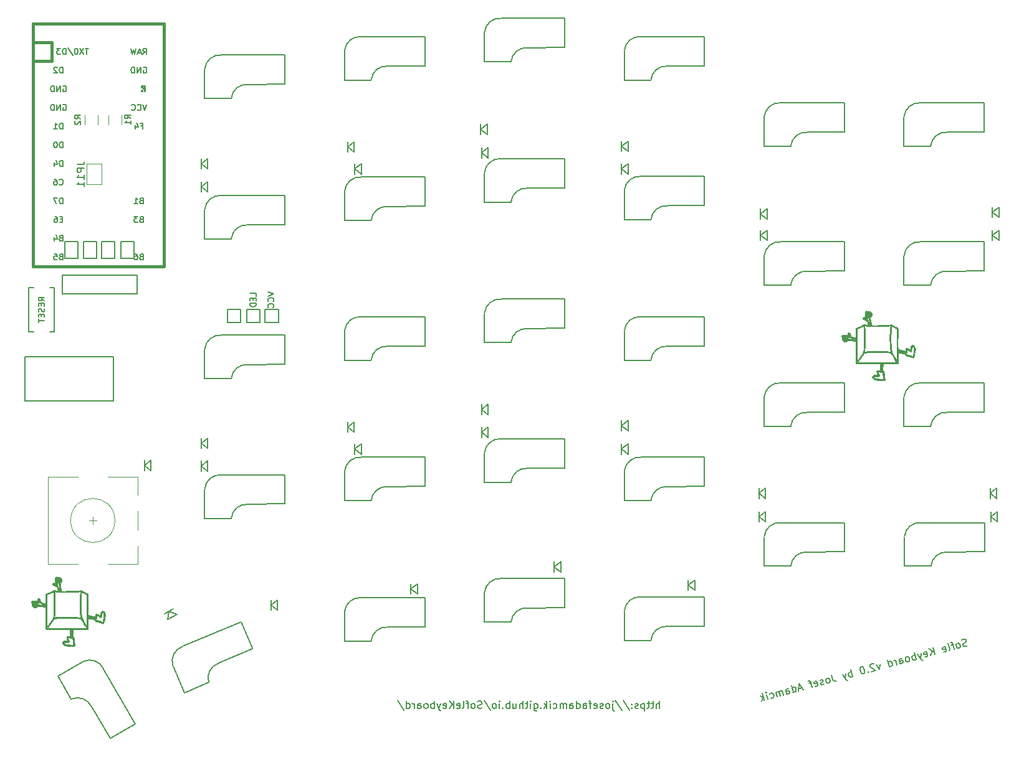
<source format=gbo>
G04 #@! TF.GenerationSoftware,KiCad,Pcbnew,(5.1.5-0-10_14)*
G04 #@! TF.CreationDate,2021-02-04T13:06:05+01:00*
G04 #@! TF.ProjectId,SofleKeyboard,536f666c-654b-4657-9962-6f6172642e6b,rev?*
G04 #@! TF.SameCoordinates,Original*
G04 #@! TF.FileFunction,Legend,Bot*
G04 #@! TF.FilePolarity,Positive*
%FSLAX46Y46*%
G04 Gerber Fmt 4.6, Leading zero omitted, Abs format (unit mm)*
G04 Created by KiCad (PCBNEW (5.1.5-0-10_14)) date 2021-02-04 13:06:05*
%MOMM*%
%LPD*%
G04 APERTURE LIST*
%ADD10C,0.150000*%
%ADD11C,0.010000*%
%ADD12C,0.381000*%
%ADD13C,0.120000*%
G04 APERTURE END LIST*
D10*
X176194285Y-132054380D02*
X176194285Y-131054380D01*
X175765714Y-132054380D02*
X175765714Y-131530571D01*
X175813333Y-131435333D01*
X175908571Y-131387714D01*
X176051428Y-131387714D01*
X176146666Y-131435333D01*
X176194285Y-131482952D01*
X175432380Y-131387714D02*
X175051428Y-131387714D01*
X175289523Y-131054380D02*
X175289523Y-131911523D01*
X175241904Y-132006761D01*
X175146666Y-132054380D01*
X175051428Y-132054380D01*
X174860952Y-131387714D02*
X174480000Y-131387714D01*
X174718095Y-131054380D02*
X174718095Y-131911523D01*
X174670476Y-132006761D01*
X174575238Y-132054380D01*
X174480000Y-132054380D01*
X174146666Y-131387714D02*
X174146666Y-132387714D01*
X174146666Y-131435333D02*
X174051428Y-131387714D01*
X173860952Y-131387714D01*
X173765714Y-131435333D01*
X173718095Y-131482952D01*
X173670476Y-131578190D01*
X173670476Y-131863904D01*
X173718095Y-131959142D01*
X173765714Y-132006761D01*
X173860952Y-132054380D01*
X174051428Y-132054380D01*
X174146666Y-132006761D01*
X173289523Y-132006761D02*
X173194285Y-132054380D01*
X173003809Y-132054380D01*
X172908571Y-132006761D01*
X172860952Y-131911523D01*
X172860952Y-131863904D01*
X172908571Y-131768666D01*
X173003809Y-131721047D01*
X173146666Y-131721047D01*
X173241904Y-131673428D01*
X173289523Y-131578190D01*
X173289523Y-131530571D01*
X173241904Y-131435333D01*
X173146666Y-131387714D01*
X173003809Y-131387714D01*
X172908571Y-131435333D01*
X172432380Y-131959142D02*
X172384761Y-132006761D01*
X172432380Y-132054380D01*
X172480000Y-132006761D01*
X172432380Y-131959142D01*
X172432380Y-132054380D01*
X172432380Y-131435333D02*
X172384761Y-131482952D01*
X172432380Y-131530571D01*
X172480000Y-131482952D01*
X172432380Y-131435333D01*
X172432380Y-131530571D01*
X171241904Y-131006761D02*
X172099047Y-132292476D01*
X170194285Y-131006761D02*
X171051428Y-132292476D01*
X169860952Y-131387714D02*
X169860952Y-132244857D01*
X169908571Y-132340095D01*
X170003809Y-132387714D01*
X170051428Y-132387714D01*
X169860952Y-131054380D02*
X169908571Y-131102000D01*
X169860952Y-131149619D01*
X169813333Y-131102000D01*
X169860952Y-131054380D01*
X169860952Y-131149619D01*
X169241904Y-132054380D02*
X169337142Y-132006761D01*
X169384761Y-131959142D01*
X169432380Y-131863904D01*
X169432380Y-131578190D01*
X169384761Y-131482952D01*
X169337142Y-131435333D01*
X169241904Y-131387714D01*
X169099047Y-131387714D01*
X169003809Y-131435333D01*
X168956190Y-131482952D01*
X168908571Y-131578190D01*
X168908571Y-131863904D01*
X168956190Y-131959142D01*
X169003809Y-132006761D01*
X169099047Y-132054380D01*
X169241904Y-132054380D01*
X168527619Y-132006761D02*
X168432380Y-132054380D01*
X168241904Y-132054380D01*
X168146666Y-132006761D01*
X168099047Y-131911523D01*
X168099047Y-131863904D01*
X168146666Y-131768666D01*
X168241904Y-131721047D01*
X168384761Y-131721047D01*
X168480000Y-131673428D01*
X168527619Y-131578190D01*
X168527619Y-131530571D01*
X168480000Y-131435333D01*
X168384761Y-131387714D01*
X168241904Y-131387714D01*
X168146666Y-131435333D01*
X167289523Y-132006761D02*
X167384761Y-132054380D01*
X167575238Y-132054380D01*
X167670476Y-132006761D01*
X167718095Y-131911523D01*
X167718095Y-131530571D01*
X167670476Y-131435333D01*
X167575238Y-131387714D01*
X167384761Y-131387714D01*
X167289523Y-131435333D01*
X167241904Y-131530571D01*
X167241904Y-131625809D01*
X167718095Y-131721047D01*
X166956190Y-131387714D02*
X166575238Y-131387714D01*
X166813333Y-132054380D02*
X166813333Y-131197238D01*
X166765714Y-131102000D01*
X166670476Y-131054380D01*
X166575238Y-131054380D01*
X165813333Y-132054380D02*
X165813333Y-131530571D01*
X165860952Y-131435333D01*
X165956190Y-131387714D01*
X166146666Y-131387714D01*
X166241904Y-131435333D01*
X165813333Y-132006761D02*
X165908571Y-132054380D01*
X166146666Y-132054380D01*
X166241904Y-132006761D01*
X166289523Y-131911523D01*
X166289523Y-131816285D01*
X166241904Y-131721047D01*
X166146666Y-131673428D01*
X165908571Y-131673428D01*
X165813333Y-131625809D01*
X164908571Y-132054380D02*
X164908571Y-131054380D01*
X164908571Y-132006761D02*
X165003809Y-132054380D01*
X165194285Y-132054380D01*
X165289523Y-132006761D01*
X165337142Y-131959142D01*
X165384761Y-131863904D01*
X165384761Y-131578190D01*
X165337142Y-131482952D01*
X165289523Y-131435333D01*
X165194285Y-131387714D01*
X165003809Y-131387714D01*
X164908571Y-131435333D01*
X164003809Y-132054380D02*
X164003809Y-131530571D01*
X164051428Y-131435333D01*
X164146666Y-131387714D01*
X164337142Y-131387714D01*
X164432380Y-131435333D01*
X164003809Y-132006761D02*
X164099047Y-132054380D01*
X164337142Y-132054380D01*
X164432380Y-132006761D01*
X164480000Y-131911523D01*
X164480000Y-131816285D01*
X164432380Y-131721047D01*
X164337142Y-131673428D01*
X164099047Y-131673428D01*
X164003809Y-131625809D01*
X163527619Y-132054380D02*
X163527619Y-131387714D01*
X163527619Y-131482952D02*
X163480000Y-131435333D01*
X163384761Y-131387714D01*
X163241904Y-131387714D01*
X163146666Y-131435333D01*
X163099047Y-131530571D01*
X163099047Y-132054380D01*
X163099047Y-131530571D02*
X163051428Y-131435333D01*
X162956190Y-131387714D01*
X162813333Y-131387714D01*
X162718095Y-131435333D01*
X162670476Y-131530571D01*
X162670476Y-132054380D01*
X161765714Y-132006761D02*
X161860952Y-132054380D01*
X162051428Y-132054380D01*
X162146666Y-132006761D01*
X162194285Y-131959142D01*
X162241904Y-131863904D01*
X162241904Y-131578190D01*
X162194285Y-131482952D01*
X162146666Y-131435333D01*
X162051428Y-131387714D01*
X161860952Y-131387714D01*
X161765714Y-131435333D01*
X161337142Y-132054380D02*
X161337142Y-131387714D01*
X161337142Y-131054380D02*
X161384761Y-131102000D01*
X161337142Y-131149619D01*
X161289523Y-131102000D01*
X161337142Y-131054380D01*
X161337142Y-131149619D01*
X160860952Y-132054380D02*
X160860952Y-131054380D01*
X160765714Y-131673428D02*
X160480000Y-132054380D01*
X160480000Y-131387714D02*
X160860952Y-131768666D01*
X160051428Y-131959142D02*
X160003809Y-132006761D01*
X160051428Y-132054380D01*
X160099047Y-132006761D01*
X160051428Y-131959142D01*
X160051428Y-132054380D01*
X159146666Y-131387714D02*
X159146666Y-132197238D01*
X159194285Y-132292476D01*
X159241904Y-132340095D01*
X159337142Y-132387714D01*
X159480000Y-132387714D01*
X159575238Y-132340095D01*
X159146666Y-132006761D02*
X159241904Y-132054380D01*
X159432380Y-132054380D01*
X159527619Y-132006761D01*
X159575238Y-131959142D01*
X159622857Y-131863904D01*
X159622857Y-131578190D01*
X159575238Y-131482952D01*
X159527619Y-131435333D01*
X159432380Y-131387714D01*
X159241904Y-131387714D01*
X159146666Y-131435333D01*
X158670476Y-132054380D02*
X158670476Y-131387714D01*
X158670476Y-131054380D02*
X158718095Y-131102000D01*
X158670476Y-131149619D01*
X158622857Y-131102000D01*
X158670476Y-131054380D01*
X158670476Y-131149619D01*
X158337142Y-131387714D02*
X157956190Y-131387714D01*
X158194285Y-131054380D02*
X158194285Y-131911523D01*
X158146666Y-132006761D01*
X158051428Y-132054380D01*
X157956190Y-132054380D01*
X157622857Y-132054380D02*
X157622857Y-131054380D01*
X157194285Y-132054380D02*
X157194285Y-131530571D01*
X157241904Y-131435333D01*
X157337142Y-131387714D01*
X157480000Y-131387714D01*
X157575238Y-131435333D01*
X157622857Y-131482952D01*
X156289523Y-131387714D02*
X156289523Y-132054380D01*
X156718095Y-131387714D02*
X156718095Y-131911523D01*
X156670476Y-132006761D01*
X156575238Y-132054380D01*
X156432380Y-132054380D01*
X156337142Y-132006761D01*
X156289523Y-131959142D01*
X155813333Y-132054380D02*
X155813333Y-131054380D01*
X155813333Y-131435333D02*
X155718095Y-131387714D01*
X155527619Y-131387714D01*
X155432380Y-131435333D01*
X155384761Y-131482952D01*
X155337142Y-131578190D01*
X155337142Y-131863904D01*
X155384761Y-131959142D01*
X155432380Y-132006761D01*
X155527619Y-132054380D01*
X155718095Y-132054380D01*
X155813333Y-132006761D01*
X154908571Y-131959142D02*
X154860952Y-132006761D01*
X154908571Y-132054380D01*
X154956190Y-132006761D01*
X154908571Y-131959142D01*
X154908571Y-132054380D01*
X154432380Y-132054380D02*
X154432380Y-131387714D01*
X154432380Y-131054380D02*
X154480000Y-131102000D01*
X154432380Y-131149619D01*
X154384761Y-131102000D01*
X154432380Y-131054380D01*
X154432380Y-131149619D01*
X153813333Y-132054380D02*
X153908571Y-132006761D01*
X153956190Y-131959142D01*
X154003809Y-131863904D01*
X154003809Y-131578190D01*
X153956190Y-131482952D01*
X153908571Y-131435333D01*
X153813333Y-131387714D01*
X153670476Y-131387714D01*
X153575238Y-131435333D01*
X153527619Y-131482952D01*
X153480000Y-131578190D01*
X153480000Y-131863904D01*
X153527619Y-131959142D01*
X153575238Y-132006761D01*
X153670476Y-132054380D01*
X153813333Y-132054380D01*
X152337142Y-131006761D02*
X153194285Y-132292476D01*
X152051428Y-132006761D02*
X151908571Y-132054380D01*
X151670476Y-132054380D01*
X151575238Y-132006761D01*
X151527619Y-131959142D01*
X151480000Y-131863904D01*
X151480000Y-131768666D01*
X151527619Y-131673428D01*
X151575238Y-131625809D01*
X151670476Y-131578190D01*
X151860952Y-131530571D01*
X151956190Y-131482952D01*
X152003809Y-131435333D01*
X152051428Y-131340095D01*
X152051428Y-131244857D01*
X152003809Y-131149619D01*
X151956190Y-131102000D01*
X151860952Y-131054380D01*
X151622857Y-131054380D01*
X151480000Y-131102000D01*
X150908571Y-132054380D02*
X151003809Y-132006761D01*
X151051428Y-131959142D01*
X151099047Y-131863904D01*
X151099047Y-131578190D01*
X151051428Y-131482952D01*
X151003809Y-131435333D01*
X150908571Y-131387714D01*
X150765714Y-131387714D01*
X150670476Y-131435333D01*
X150622857Y-131482952D01*
X150575238Y-131578190D01*
X150575238Y-131863904D01*
X150622857Y-131959142D01*
X150670476Y-132006761D01*
X150765714Y-132054380D01*
X150908571Y-132054380D01*
X150289523Y-131387714D02*
X149908571Y-131387714D01*
X150146666Y-132054380D02*
X150146666Y-131197238D01*
X150099047Y-131102000D01*
X150003809Y-131054380D01*
X149908571Y-131054380D01*
X149432380Y-132054380D02*
X149527619Y-132006761D01*
X149575238Y-131911523D01*
X149575238Y-131054380D01*
X148670476Y-132006761D02*
X148765714Y-132054380D01*
X148956190Y-132054380D01*
X149051428Y-132006761D01*
X149099047Y-131911523D01*
X149099047Y-131530571D01*
X149051428Y-131435333D01*
X148956190Y-131387714D01*
X148765714Y-131387714D01*
X148670476Y-131435333D01*
X148622857Y-131530571D01*
X148622857Y-131625809D01*
X149099047Y-131721047D01*
X148194285Y-132054380D02*
X148194285Y-131054380D01*
X147622857Y-132054380D02*
X148051428Y-131482952D01*
X147622857Y-131054380D02*
X148194285Y-131625809D01*
X146813333Y-132006761D02*
X146908571Y-132054380D01*
X147099047Y-132054380D01*
X147194285Y-132006761D01*
X147241904Y-131911523D01*
X147241904Y-131530571D01*
X147194285Y-131435333D01*
X147099047Y-131387714D01*
X146908571Y-131387714D01*
X146813333Y-131435333D01*
X146765714Y-131530571D01*
X146765714Y-131625809D01*
X147241904Y-131721047D01*
X146432380Y-131387714D02*
X146194285Y-132054380D01*
X145956190Y-131387714D02*
X146194285Y-132054380D01*
X146289523Y-132292476D01*
X146337142Y-132340095D01*
X146432380Y-132387714D01*
X145575238Y-132054380D02*
X145575238Y-131054380D01*
X145575238Y-131435333D02*
X145480000Y-131387714D01*
X145289523Y-131387714D01*
X145194285Y-131435333D01*
X145146666Y-131482952D01*
X145099047Y-131578190D01*
X145099047Y-131863904D01*
X145146666Y-131959142D01*
X145194285Y-132006761D01*
X145289523Y-132054380D01*
X145480000Y-132054380D01*
X145575238Y-132006761D01*
X144527619Y-132054380D02*
X144622857Y-132006761D01*
X144670476Y-131959142D01*
X144718095Y-131863904D01*
X144718095Y-131578190D01*
X144670476Y-131482952D01*
X144622857Y-131435333D01*
X144527619Y-131387714D01*
X144384761Y-131387714D01*
X144289523Y-131435333D01*
X144241904Y-131482952D01*
X144194285Y-131578190D01*
X144194285Y-131863904D01*
X144241904Y-131959142D01*
X144289523Y-132006761D01*
X144384761Y-132054380D01*
X144527619Y-132054380D01*
X143337142Y-132054380D02*
X143337142Y-131530571D01*
X143384761Y-131435333D01*
X143480000Y-131387714D01*
X143670476Y-131387714D01*
X143765714Y-131435333D01*
X143337142Y-132006761D02*
X143432380Y-132054380D01*
X143670476Y-132054380D01*
X143765714Y-132006761D01*
X143813333Y-131911523D01*
X143813333Y-131816285D01*
X143765714Y-131721047D01*
X143670476Y-131673428D01*
X143432380Y-131673428D01*
X143337142Y-131625809D01*
X142860952Y-132054380D02*
X142860952Y-131387714D01*
X142860952Y-131578190D02*
X142813333Y-131482952D01*
X142765714Y-131435333D01*
X142670476Y-131387714D01*
X142575238Y-131387714D01*
X141813333Y-132054380D02*
X141813333Y-131054380D01*
X141813333Y-132006761D02*
X141908571Y-132054380D01*
X142099047Y-132054380D01*
X142194285Y-132006761D01*
X142241904Y-131959142D01*
X142289523Y-131863904D01*
X142289523Y-131578190D01*
X142241904Y-131482952D01*
X142194285Y-131435333D01*
X142099047Y-131387714D01*
X141908571Y-131387714D01*
X141813333Y-131435333D01*
X140622857Y-131006761D02*
X141480000Y-132292476D01*
X218017686Y-123496256D02*
X217892021Y-123579226D01*
X217662039Y-123640850D01*
X217557721Y-123619503D01*
X217499400Y-123585831D01*
X217428754Y-123506163D01*
X217404105Y-123414170D01*
X217425452Y-123309852D01*
X217459123Y-123251531D01*
X217538792Y-123180885D01*
X217710453Y-123085590D01*
X217790121Y-123014944D01*
X217823793Y-122956623D01*
X217845140Y-122852305D01*
X217820490Y-122760312D01*
X217749844Y-122680644D01*
X217691523Y-122646972D01*
X217587206Y-122625625D01*
X217357223Y-122687249D01*
X217231559Y-122770219D01*
X216926095Y-123838045D02*
X217005764Y-123767399D01*
X217039435Y-123709078D01*
X217060782Y-123604761D01*
X216986834Y-123328782D01*
X216916188Y-123249114D01*
X216857867Y-123215442D01*
X216753549Y-123194095D01*
X216615560Y-123231069D01*
X216535892Y-123301715D01*
X216502220Y-123360036D01*
X216480873Y-123464354D01*
X216554821Y-123740332D01*
X216625467Y-123820001D01*
X216683788Y-123853672D01*
X216788106Y-123875019D01*
X216926095Y-123838045D01*
X216155595Y-123354316D02*
X215787623Y-123452914D01*
X216190152Y-124035241D02*
X215968307Y-123207304D01*
X215897661Y-123127636D01*
X215793343Y-123106289D01*
X215701350Y-123130939D01*
X215500205Y-124220112D02*
X215579873Y-124149466D01*
X215601220Y-124045148D01*
X215379375Y-123217212D01*
X214751937Y-124371311D02*
X214856254Y-124392658D01*
X215040240Y-124343359D01*
X215119908Y-124272713D01*
X215141255Y-124168395D01*
X215042658Y-123800423D01*
X214972012Y-123720755D01*
X214867694Y-123699408D01*
X214683708Y-123748707D01*
X214604040Y-123819353D01*
X214582693Y-123923671D01*
X214607342Y-124015664D01*
X215091957Y-123984409D01*
X213568353Y-124737750D02*
X213309534Y-123771824D01*
X213016396Y-124885646D02*
X213282467Y-124222766D01*
X212757577Y-123919720D02*
X213457431Y-124323781D01*
X212222131Y-125049170D02*
X212326449Y-125070517D01*
X212510434Y-125021218D01*
X212590103Y-124950572D01*
X212611450Y-124846255D01*
X212512852Y-124478283D01*
X212442206Y-124398615D01*
X212337888Y-124377268D01*
X212153903Y-124426566D01*
X212074234Y-124497212D01*
X212052887Y-124601530D01*
X212077537Y-124693523D01*
X212562151Y-124662269D01*
X211693938Y-124549814D02*
X211636502Y-125255388D01*
X211233973Y-124673061D02*
X211636502Y-125255388D01*
X211790118Y-125460721D01*
X211848439Y-125494392D01*
X211952757Y-125515739D01*
X211038547Y-125415609D02*
X210779728Y-124449683D01*
X210878326Y-124817655D02*
X210774008Y-124796308D01*
X210590023Y-124845607D01*
X210510354Y-124916253D01*
X210476683Y-124974574D01*
X210455336Y-125078892D01*
X210529284Y-125354870D01*
X210599930Y-125434539D01*
X210658251Y-125468210D01*
X210762569Y-125489557D01*
X210946554Y-125440258D01*
X211026223Y-125369613D01*
X210026625Y-125686753D02*
X210106293Y-125616107D01*
X210139965Y-125557786D01*
X210161312Y-125453468D01*
X210087364Y-125177489D01*
X210016718Y-125097821D01*
X209958397Y-125064149D01*
X209854079Y-125042802D01*
X209716090Y-125079776D01*
X209636421Y-125150422D01*
X209602750Y-125208743D01*
X209581403Y-125313061D01*
X209655351Y-125589040D01*
X209725997Y-125668708D01*
X209784318Y-125702380D01*
X209888636Y-125723727D01*
X210026625Y-125686753D01*
X208876713Y-125994871D02*
X208741142Y-125488910D01*
X208762489Y-125384592D01*
X208842157Y-125313946D01*
X209026143Y-125264647D01*
X209130460Y-125285994D01*
X208864389Y-125948874D02*
X208968706Y-125970221D01*
X209198689Y-125908598D01*
X209278357Y-125837952D01*
X209299704Y-125733634D01*
X209275055Y-125641641D01*
X209204409Y-125561973D01*
X209100091Y-125540626D01*
X208870109Y-125602250D01*
X208765791Y-125580903D01*
X208416749Y-126118118D02*
X208244203Y-125474167D01*
X208293502Y-125658153D02*
X208222856Y-125578485D01*
X208164535Y-125544813D01*
X208060217Y-125523466D01*
X207968224Y-125548116D01*
X207404826Y-126389262D02*
X207146007Y-125423336D01*
X207392502Y-126343265D02*
X207496819Y-126364612D01*
X207680805Y-126315313D01*
X207760473Y-126244667D01*
X207794145Y-126186346D01*
X207815492Y-126082029D01*
X207741544Y-125806050D01*
X207670898Y-125726382D01*
X207612577Y-125692710D01*
X207508259Y-125671363D01*
X207324273Y-125720662D01*
X207244605Y-125791308D01*
X206128365Y-126041104D02*
X206070929Y-126746678D01*
X205668401Y-126164351D01*
X205284802Y-126020642D02*
X205226480Y-125986970D01*
X205122163Y-125965623D01*
X204892180Y-126027247D01*
X204812512Y-126097893D01*
X204778841Y-126156214D01*
X204757493Y-126260532D01*
X204782143Y-126352525D01*
X204865114Y-126478189D01*
X205564968Y-126882250D01*
X204967014Y-127042472D01*
X204528396Y-127061401D02*
X204494724Y-127119722D01*
X204553045Y-127153394D01*
X204586717Y-127095073D01*
X204528396Y-127061401D01*
X204553045Y-127153394D01*
X203650276Y-126360014D02*
X203558283Y-126384664D01*
X203478615Y-126455310D01*
X203444943Y-126513631D01*
X203423596Y-126617948D01*
X203426898Y-126814259D01*
X203488522Y-127044241D01*
X203583817Y-127215903D01*
X203654463Y-127295571D01*
X203712784Y-127329242D01*
X203817102Y-127350590D01*
X203909095Y-127325940D01*
X203988763Y-127255294D01*
X204022435Y-127196973D01*
X204043782Y-127092655D01*
X204040480Y-126896345D01*
X203978856Y-126666362D01*
X203883561Y-126494701D01*
X203812915Y-126415033D01*
X203754594Y-126381361D01*
X203650276Y-126360014D01*
X202437208Y-127720331D02*
X202178389Y-126754405D01*
X202276987Y-127122377D02*
X202172669Y-127101030D01*
X201988683Y-127150329D01*
X201909015Y-127220975D01*
X201875343Y-127279296D01*
X201853996Y-127383614D01*
X201927944Y-127659592D01*
X201998590Y-127739261D01*
X202056911Y-127772932D01*
X202161229Y-127794279D01*
X202345215Y-127744980D01*
X202424883Y-127674335D01*
X201482722Y-127285901D02*
X201425286Y-127991475D01*
X201022757Y-127409148D02*
X201425286Y-127991475D01*
X201578902Y-128196808D01*
X201637223Y-128230479D01*
X201741541Y-128251826D01*
X199556590Y-127456914D02*
X199741461Y-128146861D01*
X199824432Y-128272526D01*
X199941074Y-128339869D01*
X200091388Y-128348892D01*
X200183381Y-128324242D01*
X199217455Y-128583061D02*
X199297123Y-128512415D01*
X199330795Y-128454094D01*
X199352142Y-128349776D01*
X199278194Y-128073798D01*
X199207548Y-127994129D01*
X199149227Y-127960458D01*
X199044909Y-127939111D01*
X198906920Y-127976085D01*
X198827252Y-128046731D01*
X198793580Y-128105052D01*
X198772233Y-128209370D01*
X198846181Y-128485348D01*
X198916827Y-128565017D01*
X198975148Y-128598688D01*
X199079466Y-128620035D01*
X199217455Y-128583061D01*
X198515183Y-128721935D02*
X198435515Y-128792581D01*
X198251529Y-128841880D01*
X198147212Y-128820533D01*
X198076566Y-128740865D01*
X198064241Y-128694868D01*
X198085588Y-128590551D01*
X198165256Y-128519905D01*
X198303246Y-128482931D01*
X198382914Y-128412285D01*
X198404261Y-128307967D01*
X198391936Y-128261971D01*
X198321290Y-128182303D01*
X198216973Y-128160956D01*
X198078983Y-128197930D01*
X197999315Y-128268576D01*
X197319275Y-129042378D02*
X197423593Y-129063725D01*
X197607579Y-129014426D01*
X197687247Y-128943780D01*
X197708594Y-128839463D01*
X197609996Y-128471491D01*
X197539350Y-128391823D01*
X197435033Y-128370476D01*
X197251047Y-128419775D01*
X197171379Y-128490420D01*
X197150032Y-128594738D01*
X197174681Y-128686731D01*
X197659295Y-128655477D01*
X196837079Y-128530697D02*
X196469107Y-128629295D01*
X196871635Y-129211622D02*
X196649790Y-128383685D01*
X196579145Y-128304017D01*
X196474827Y-128282670D01*
X196382834Y-128307319D01*
X195555782Y-129268410D02*
X195095818Y-129391657D01*
X195721724Y-129519740D02*
X195140929Y-128640087D01*
X195077773Y-129692286D01*
X194341830Y-129889481D02*
X194083011Y-128923555D01*
X194329505Y-129843485D02*
X194433823Y-129864832D01*
X194617808Y-129815533D01*
X194697477Y-129744887D01*
X194731148Y-129686566D01*
X194752495Y-129582248D01*
X194678547Y-129306269D01*
X194607901Y-129226601D01*
X194549580Y-129192929D01*
X194445262Y-129171582D01*
X194261276Y-129220881D01*
X194181608Y-129291527D01*
X193467897Y-130123651D02*
X193332325Y-129617690D01*
X193353672Y-129513372D01*
X193433340Y-129442726D01*
X193617326Y-129393427D01*
X193721644Y-129414774D01*
X193455572Y-130077654D02*
X193559890Y-130099001D01*
X193789872Y-130037378D01*
X193869540Y-129966732D01*
X193890887Y-129862414D01*
X193866238Y-129770421D01*
X193795592Y-129690753D01*
X193691274Y-129669406D01*
X193461292Y-129731030D01*
X193356974Y-129709683D01*
X193007932Y-130246898D02*
X192835386Y-129602947D01*
X192860035Y-129694940D02*
X192801714Y-129661269D01*
X192697397Y-129639921D01*
X192559407Y-129676896D01*
X192479739Y-129747542D01*
X192458392Y-129851859D01*
X192593964Y-130357820D01*
X192458392Y-129851859D02*
X192387746Y-129772191D01*
X192283428Y-129750844D01*
X192145439Y-129787818D01*
X192065771Y-129858464D01*
X192044424Y-129962782D01*
X192179996Y-130468743D01*
X191293738Y-130656916D02*
X191398056Y-130678263D01*
X191582042Y-130628964D01*
X191661710Y-130558318D01*
X191695381Y-130499997D01*
X191716729Y-130395679D01*
X191642780Y-130119701D01*
X191572134Y-130040032D01*
X191513813Y-130006361D01*
X191409495Y-129985014D01*
X191225510Y-130034312D01*
X191145841Y-130104958D01*
X190892094Y-130813835D02*
X190719548Y-130169884D01*
X190633275Y-129847909D02*
X190691597Y-129881581D01*
X190657925Y-129939902D01*
X190599604Y-129906230D01*
X190633275Y-129847909D01*
X190657925Y-129939902D01*
X190432130Y-130937082D02*
X190173311Y-129971156D01*
X190241539Y-130593760D02*
X190064158Y-131035680D01*
X189891612Y-130391729D02*
X190358182Y-130661103D01*
D11*
G36*
X204222421Y-77999654D02*
G01*
X204170655Y-78055887D01*
X204120146Y-78130465D01*
X204097721Y-78216830D01*
X204097790Y-78344716D01*
X204102993Y-78415720D01*
X204119164Y-78568611D01*
X204138713Y-78697643D01*
X204152422Y-78757386D01*
X204161948Y-78815305D01*
X204124730Y-78834203D01*
X204040195Y-78828699D01*
X203910045Y-78836399D01*
X203816820Y-78874569D01*
X203761416Y-78932013D01*
X203765287Y-79001137D01*
X203783403Y-79045005D01*
X203842143Y-79122167D01*
X203950208Y-79182522D01*
X204068704Y-79222336D01*
X204235273Y-79284460D01*
X204343045Y-79367364D01*
X204408329Y-79491496D01*
X204447434Y-79677304D01*
X204450690Y-79701261D01*
X204480458Y-79927879D01*
X204359468Y-79903948D01*
X204111451Y-79861489D01*
X203936206Y-79846344D01*
X203836671Y-79858676D01*
X203817066Y-79873701D01*
X203758713Y-79923103D01*
X203643219Y-79991469D01*
X203492663Y-80067885D01*
X203329126Y-80141435D01*
X203174686Y-80201207D01*
X203116645Y-80219933D01*
X202991851Y-80262844D01*
X202899052Y-80305361D01*
X202877555Y-80319989D01*
X202857817Y-80370203D01*
X202846668Y-80482093D01*
X202843854Y-80662529D01*
X202849122Y-80918380D01*
X202852182Y-81009226D01*
X202859019Y-81271747D01*
X202858666Y-81471220D01*
X202851310Y-81600860D01*
X202837137Y-81653884D01*
X202834464Y-81654810D01*
X202741233Y-81645536D01*
X202608029Y-81621977D01*
X202463459Y-81590526D01*
X202336131Y-81557576D01*
X202254650Y-81529519D01*
X202242932Y-81522618D01*
X202204679Y-81460299D01*
X202162604Y-81347497D01*
X202144502Y-81283113D01*
X202100734Y-81147877D01*
X202048623Y-81038766D01*
X202027405Y-81009226D01*
X201928497Y-80942210D01*
X201835421Y-80950223D01*
X201762193Y-81024026D01*
X201722829Y-81154377D01*
X201719645Y-81212116D01*
X201709481Y-81291899D01*
X201662198Y-81308472D01*
X201613783Y-81298752D01*
X201354691Y-81249281D01*
X201154796Y-81247483D01*
X201007113Y-81291287D01*
X200910656Y-81362895D01*
X200873790Y-81437327D01*
X200903169Y-81496413D01*
X200927369Y-81509005D01*
X200961843Y-81562442D01*
X200973022Y-81690520D01*
X200971189Y-81763289D01*
X200968719Y-81899557D01*
X200982477Y-81975856D01*
X201020527Y-82016490D01*
X201061343Y-82034998D01*
X201150579Y-82098670D01*
X201190681Y-82163446D01*
X201237435Y-82229081D01*
X201282432Y-82229371D01*
X201381351Y-82207619D01*
X201420867Y-82205143D01*
X201500108Y-82182346D01*
X201611497Y-82124903D01*
X201659177Y-82094519D01*
X201738967Y-82042750D01*
X201806394Y-82012815D01*
X201884430Y-82002151D01*
X201996052Y-82008196D01*
X202164234Y-82028386D01*
X202204834Y-82033657D01*
X202394173Y-82058875D01*
X202567525Y-82083007D01*
X202696109Y-82102011D01*
X202726101Y-82106853D01*
X202864723Y-82130289D01*
X202853101Y-83621902D01*
X202851295Y-83991658D01*
X202851779Y-84325180D01*
X202854402Y-84613939D01*
X202859015Y-84849403D01*
X202865467Y-85023045D01*
X202873608Y-85126334D01*
X202880000Y-85152000D01*
X202930685Y-85160837D01*
X203058204Y-85167970D01*
X203254739Y-85173294D01*
X203512474Y-85176702D01*
X203823589Y-85178088D01*
X204180268Y-85177346D01*
X204548054Y-85174634D01*
X206177586Y-85158783D01*
X206150317Y-85385880D01*
X206134256Y-85566655D01*
X206124266Y-85769315D01*
X206122680Y-85861898D01*
X206122312Y-86110821D01*
X205932605Y-86089438D01*
X205778993Y-86086256D01*
X205693853Y-86126345D01*
X205668660Y-86219671D01*
X205693153Y-86369380D01*
X205727708Y-86498815D01*
X205758390Y-86601133D01*
X205766245Y-86623526D01*
X205769387Y-86664332D01*
X205727016Y-86685182D01*
X205622243Y-86692171D01*
X205575148Y-86692476D01*
X205345524Y-86711595D01*
X205181856Y-86765536D01*
X205088000Y-86849177D01*
X205067809Y-86957394D01*
X205125141Y-87085064D01*
X205208988Y-87179074D01*
X205316859Y-87263790D01*
X205445693Y-87327445D01*
X205610462Y-87373969D01*
X205826138Y-87407288D01*
X206107690Y-87431332D01*
X206189272Y-87436305D01*
X206406302Y-87446357D01*
X206555565Y-87446359D01*
X206653483Y-87435231D01*
X206716482Y-87411892D01*
X206733496Y-87400506D01*
X206778605Y-87357960D01*
X206795391Y-87304653D01*
X206789158Y-87242810D01*
X206597588Y-87242810D01*
X206180033Y-87240957D01*
X205861592Y-87226656D01*
X205620565Y-87186668D01*
X205554853Y-87166873D01*
X205421816Y-87106633D01*
X205317081Y-87034702D01*
X205285106Y-86999393D01*
X205222985Y-86904143D01*
X205631644Y-86904143D01*
X205843781Y-86900717D01*
X205980192Y-86885325D01*
X206049706Y-86850292D01*
X206061153Y-86787943D01*
X206023365Y-86690606D01*
X205976369Y-86604564D01*
X205898839Y-86448136D01*
X205870174Y-86339475D01*
X205891137Y-86285714D01*
X205942395Y-86286471D01*
X206024914Y-86300632D01*
X206157173Y-86312241D01*
X206254281Y-86316838D01*
X206492084Y-86324172D01*
X206519346Y-86645908D01*
X206536255Y-86823809D01*
X206554901Y-86986923D01*
X206571382Y-87101297D01*
X206572098Y-87105226D01*
X206597588Y-87242810D01*
X206789158Y-87242810D01*
X206786359Y-87215048D01*
X206762733Y-87102330D01*
X206734137Y-86936812D01*
X206710344Y-86731674D01*
X206696761Y-86536063D01*
X206687246Y-86365894D01*
X206671784Y-86260817D01*
X206644941Y-86201258D01*
X206601285Y-86167642D01*
X206593441Y-86163854D01*
X206550985Y-86138277D01*
X206523092Y-86098767D01*
X206508438Y-86031363D01*
X206505697Y-85922102D01*
X206513545Y-85757023D01*
X206530658Y-85522162D01*
X206531511Y-85511187D01*
X206546652Y-85316643D01*
X206365636Y-85316643D01*
X206362229Y-85403768D01*
X206352635Y-85426256D01*
X206347225Y-85412386D01*
X206339340Y-85310726D01*
X206346371Y-85243053D01*
X206357523Y-85219591D01*
X206364538Y-85270473D01*
X206365636Y-85316643D01*
X206546652Y-85316643D01*
X206559203Y-85155398D01*
X207527426Y-85183526D01*
X207859921Y-85192034D01*
X208116397Y-85195733D01*
X208305372Y-85194425D01*
X208435369Y-85187911D01*
X208514908Y-85175993D01*
X208551302Y-85159665D01*
X208572358Y-85120574D01*
X208586098Y-85042591D01*
X208587773Y-85011680D01*
X208365980Y-85011680D01*
X208324843Y-85013198D01*
X208206216Y-85014630D01*
X208017277Y-85015953D01*
X207765201Y-85017145D01*
X207457167Y-85018182D01*
X207100351Y-85019039D01*
X206701930Y-85019695D01*
X206269081Y-85020125D01*
X205808981Y-85020305D01*
X205725975Y-85020310D01*
X203085969Y-85020310D01*
X203488683Y-84427643D01*
X203626901Y-84225930D01*
X203753003Y-84045054D01*
X203857525Y-83898347D01*
X203931004Y-83799142D01*
X203959104Y-83764891D01*
X204040681Y-83724715D01*
X204198490Y-83688902D01*
X204424174Y-83658217D01*
X204709376Y-83633422D01*
X205045738Y-83615282D01*
X205424901Y-83604560D01*
X205743554Y-83601838D01*
X206012872Y-83604627D01*
X206298284Y-83612600D01*
X206586049Y-83624844D01*
X206862428Y-83640448D01*
X207113681Y-83658498D01*
X207326069Y-83678084D01*
X207485852Y-83698294D01*
X207579291Y-83718215D01*
X207593299Y-83724619D01*
X207622339Y-83764752D01*
X207685243Y-83863119D01*
X207773330Y-84005263D01*
X207877920Y-84176725D01*
X207990335Y-84363047D01*
X208101893Y-84549772D01*
X208203917Y-84722441D01*
X208287724Y-84866597D01*
X208344637Y-84967782D01*
X208365975Y-85011537D01*
X208365980Y-85011680D01*
X208587773Y-85011680D01*
X208593020Y-84914925D01*
X208593621Y-84726787D01*
X208588398Y-84467390D01*
X208586447Y-84397243D01*
X208577679Y-84129703D01*
X208573574Y-83936161D01*
X208580748Y-83805975D01*
X208605817Y-83728498D01*
X208655397Y-83693087D01*
X208736103Y-83689096D01*
X208854553Y-83705881D01*
X209000978Y-83730277D01*
X209214047Y-83764136D01*
X209357266Y-83790570D01*
X209444503Y-83814817D01*
X209489623Y-83842115D01*
X209506491Y-83877704D01*
X209508978Y-83922200D01*
X209532950Y-84005735D01*
X209618384Y-84048446D01*
X209625395Y-84050082D01*
X209861301Y-84106763D01*
X210046331Y-84160990D01*
X210213322Y-84223002D01*
X210303760Y-84261650D01*
X210442962Y-84317376D01*
X210561227Y-84354600D01*
X210617073Y-84364143D01*
X210680504Y-84340090D01*
X210736091Y-84262696D01*
X210786717Y-84124111D01*
X210835267Y-83916481D01*
X210883605Y-83638490D01*
X210915480Y-83415134D01*
X210929951Y-83252544D01*
X210929593Y-83232347D01*
X210736645Y-83232347D01*
X210729348Y-83364250D01*
X210710039Y-83535725D01*
X210682594Y-83723266D01*
X210650890Y-83903365D01*
X210618801Y-84052516D01*
X210590205Y-84147212D01*
X210583645Y-84160297D01*
X210538814Y-84160116D01*
X210441738Y-84129004D01*
X210345426Y-84088113D01*
X210176401Y-84017980D01*
X209997155Y-83955687D01*
X209921117Y-83933849D01*
X209716680Y-83881454D01*
X209745774Y-83648594D01*
X209753807Y-83592022D01*
X209321284Y-83592022D01*
X209279673Y-83598801D01*
X209224766Y-83591017D01*
X209224110Y-83576566D01*
X209280769Y-83566461D01*
X209305249Y-83573224D01*
X209321284Y-83592022D01*
X209753807Y-83592022D01*
X209760169Y-83547224D01*
X209101547Y-83547224D01*
X209043312Y-83553125D01*
X208983214Y-83546473D01*
X208990395Y-83531773D01*
X209077066Y-83526182D01*
X209096228Y-83531773D01*
X209101547Y-83547224D01*
X209760169Y-83547224D01*
X209766563Y-83502201D01*
X208912784Y-83502201D01*
X208899385Y-83515343D01*
X208831342Y-83515830D01*
X208737298Y-83506232D01*
X208645896Y-83489118D01*
X208598812Y-83474037D01*
X208574382Y-83454391D01*
X208632329Y-83453522D01*
X208704645Y-83461736D01*
X208822536Y-83479932D01*
X208899486Y-83496695D01*
X208912784Y-83502201D01*
X209766563Y-83502201D01*
X209767208Y-83497661D01*
X209790103Y-83367129D01*
X209801738Y-83315262D01*
X209818654Y-83264050D01*
X209844487Y-83248173D01*
X209895776Y-83272699D01*
X209989055Y-83342695D01*
X210050580Y-83391528D01*
X210207904Y-83500539D01*
X210318404Y-83539953D01*
X210381659Y-83509722D01*
X210397978Y-83432255D01*
X210408171Y-83335819D01*
X210434431Y-83203828D01*
X210470283Y-83060157D01*
X210509250Y-82928685D01*
X210544855Y-82833289D01*
X210570058Y-82797810D01*
X210636974Y-82836910D01*
X210691771Y-82941560D01*
X210727174Y-83092778D01*
X210736645Y-83232347D01*
X210929593Y-83232347D01*
X210927754Y-83128787D01*
X210909624Y-83021929D01*
X210904910Y-83003490D01*
X210828306Y-82805666D01*
X210729001Y-82675361D01*
X210618194Y-82614330D01*
X210507086Y-82624330D01*
X210406874Y-82707117D01*
X210328759Y-82864449D01*
X210315189Y-82911007D01*
X210280168Y-83045367D01*
X210252045Y-83153320D01*
X210243670Y-83185493D01*
X210224641Y-83218271D01*
X210180807Y-83219820D01*
X210095267Y-83186379D01*
X209972105Y-83125035D01*
X209815931Y-83051859D01*
X209715307Y-83030899D01*
X209655183Y-83067632D01*
X209620512Y-83167537D01*
X209605897Y-83258350D01*
X209581275Y-83365603D01*
X209547541Y-83425733D01*
X209535155Y-83430574D01*
X209476522Y-83421767D01*
X209353819Y-83399605D01*
X209185946Y-83367595D01*
X209022145Y-83335324D01*
X208556478Y-83242310D01*
X208544604Y-82672478D01*
X208542796Y-82441240D01*
X208545114Y-82151698D01*
X208551089Y-81830092D01*
X208560250Y-81502660D01*
X208570357Y-81235521D01*
X208583340Y-80926396D01*
X208590173Y-80690642D01*
X208588190Y-80517034D01*
X208575194Y-80398634D01*
X208429478Y-80398634D01*
X208429478Y-82593045D01*
X208429354Y-83015156D01*
X208428996Y-83410580D01*
X208428428Y-83771446D01*
X208427675Y-84089882D01*
X208426760Y-84358015D01*
X208425707Y-84567973D01*
X208424541Y-84711885D01*
X208423284Y-84781879D01*
X208422807Y-84787466D01*
X208400365Y-84752925D01*
X208342666Y-84657482D01*
X208257028Y-84513421D01*
X208150769Y-84333024D01*
X208076033Y-84205393D01*
X207956921Y-83998752D01*
X207862041Y-83822340D01*
X207788340Y-83662413D01*
X207732767Y-83505228D01*
X207692270Y-83337043D01*
X207663798Y-83144114D01*
X207644299Y-82912700D01*
X207630721Y-82629055D01*
X207620012Y-82279439D01*
X207616276Y-82134947D01*
X207611991Y-81844303D01*
X207612914Y-81540247D01*
X207618458Y-81235335D01*
X207628034Y-80942124D01*
X207641055Y-80673169D01*
X207656933Y-80441028D01*
X207675081Y-80258256D01*
X207694910Y-80137411D01*
X207711822Y-80093522D01*
X207755140Y-80102444D01*
X207856873Y-80140702D01*
X207998996Y-80201233D01*
X208079237Y-80237491D01*
X208429478Y-80398634D01*
X208575194Y-80398634D01*
X208574723Y-80394348D01*
X208547105Y-80311358D01*
X208502668Y-80256841D01*
X208438745Y-80219571D01*
X208352668Y-80188324D01*
X208318905Y-80177409D01*
X208200762Y-80128834D01*
X208048000Y-80052343D01*
X208031018Y-80042735D01*
X207559819Y-80042735D01*
X207548426Y-80114105D01*
X207537398Y-80195089D01*
X207522452Y-80344399D01*
X207504998Y-80545862D01*
X207486447Y-80783305D01*
X207470332Y-81009226D01*
X207449086Y-81370196D01*
X207439460Y-81683319D01*
X207441454Y-81984613D01*
X207455068Y-82310098D01*
X207470332Y-82554393D01*
X207488681Y-82810123D01*
X207507175Y-83044108D01*
X207524403Y-83240176D01*
X207538954Y-83382153D01*
X207548426Y-83449514D01*
X207559479Y-83533853D01*
X207531422Y-83557319D01*
X207472500Y-83546733D01*
X207396554Y-83535026D01*
X207253212Y-83519267D01*
X207059552Y-83501104D01*
X206832654Y-83482184D01*
X206693812Y-83471606D01*
X206353746Y-83453668D01*
X205968333Y-83445114D01*
X205561182Y-83445543D01*
X205155901Y-83454559D01*
X204776098Y-83471762D01*
X204445382Y-83496756D01*
X204307331Y-83511859D01*
X204037516Y-83545504D01*
X204064685Y-83288073D01*
X204087519Y-83007842D01*
X204104843Y-82665456D01*
X204116418Y-82283264D01*
X204122006Y-81883613D01*
X204121861Y-81793721D01*
X203941177Y-81793721D01*
X203939827Y-82126822D01*
X203936493Y-82445942D01*
X203931176Y-82736991D01*
X203923877Y-82985881D01*
X203914600Y-83178522D01*
X203907028Y-83271444D01*
X203893136Y-83390094D01*
X203875695Y-83487049D01*
X203847553Y-83577047D01*
X203801557Y-83674830D01*
X203730555Y-83795137D01*
X203627394Y-83952709D01*
X203484923Y-84162285D01*
X203449971Y-84213361D01*
X203313360Y-84412269D01*
X203194207Y-84584468D01*
X203100305Y-84718798D01*
X203039446Y-84804105D01*
X203019421Y-84829763D01*
X203017774Y-84788725D01*
X203016230Y-84670847D01*
X203014819Y-84483957D01*
X203013571Y-84235883D01*
X203012518Y-83934450D01*
X203011689Y-83587486D01*
X203011115Y-83202819D01*
X203010826Y-82788275D01*
X203010797Y-82609991D01*
X203010793Y-81900427D01*
X202862645Y-81900427D01*
X202834376Y-81942331D01*
X202809423Y-81939778D01*
X202747282Y-81926446D01*
X202621075Y-81906434D01*
X202450848Y-81882746D01*
X202306638Y-81864411D01*
X202114233Y-81837077D01*
X201948737Y-81806536D01*
X201831150Y-81777066D01*
X201787625Y-81758683D01*
X201743516Y-81690506D01*
X201754364Y-81618733D01*
X201809905Y-81577955D01*
X201841273Y-81577891D01*
X201931906Y-81570169D01*
X201960328Y-81557694D01*
X202023109Y-81563129D01*
X202108340Y-81624103D01*
X202113447Y-81629126D01*
X202204587Y-81694723D01*
X202339654Y-81744601D01*
X202538995Y-81786270D01*
X202539514Y-81786357D01*
X202723748Y-81823650D01*
X202829426Y-81861165D01*
X202862645Y-81900427D01*
X203010793Y-81900427D01*
X203010783Y-80390267D01*
X203156136Y-80362998D01*
X203266999Y-80330083D01*
X203419789Y-80269600D01*
X203582053Y-80194433D01*
X203587138Y-80191879D01*
X203872788Y-80048028D01*
X203907467Y-80290502D01*
X203918072Y-80411618D01*
X203926680Y-80603287D01*
X203933292Y-80851422D01*
X203937911Y-81141931D01*
X203940538Y-81460728D01*
X203941177Y-81793721D01*
X204121861Y-81793721D01*
X204121368Y-81488852D01*
X204114265Y-81121328D01*
X204100457Y-80803389D01*
X204092470Y-80688362D01*
X204075473Y-80463967D01*
X204062684Y-80271539D01*
X204054943Y-80125846D01*
X204053089Y-80041658D01*
X204054871Y-80026932D01*
X204101009Y-80025864D01*
X204205027Y-80036216D01*
X204301978Y-80049517D01*
X204537533Y-80076473D01*
X204830018Y-80096580D01*
X205164375Y-80109992D01*
X205525546Y-80116867D01*
X205898472Y-80117360D01*
X206268097Y-80111627D01*
X206619362Y-80099825D01*
X206937209Y-80082109D01*
X207206580Y-80058635D01*
X207412417Y-80029559D01*
X207472500Y-80016666D01*
X207541957Y-80007284D01*
X207559819Y-80042735D01*
X208031018Y-80042735D01*
X207918878Y-79979292D01*
X207671757Y-79830484D01*
X207394451Y-79879033D01*
X207274775Y-79893349D01*
X207085723Y-79907796D01*
X206842584Y-79921588D01*
X206560643Y-79933934D01*
X206255187Y-79944048D01*
X206027062Y-79949549D01*
X205695378Y-79955974D01*
X205438724Y-79959905D01*
X205247486Y-79960839D01*
X205112053Y-79958272D01*
X205022810Y-79951701D01*
X204970145Y-79940623D01*
X204944444Y-79924535D01*
X204936094Y-79902934D01*
X204935996Y-79901305D01*
X204752111Y-79901305D01*
X204716575Y-79909195D01*
X204664757Y-79856698D01*
X204649051Y-79809801D01*
X204601554Y-79548995D01*
X204551945Y-79363338D01*
X204497301Y-79243316D01*
X204461611Y-79199525D01*
X204404136Y-79129671D01*
X204412117Y-79073369D01*
X204424630Y-79056549D01*
X204427259Y-79051310D01*
X204174978Y-79051310D01*
X204153812Y-79072476D01*
X204132645Y-79051310D01*
X204153812Y-79030143D01*
X204174978Y-79051310D01*
X204427259Y-79051310D01*
X204454035Y-78997968D01*
X204424621Y-78963950D01*
X204403193Y-78924899D01*
X204448896Y-78877655D01*
X204517367Y-78847871D01*
X204571616Y-78875546D01*
X204615270Y-78967767D01*
X204651954Y-79131622D01*
X204679991Y-79329455D01*
X204703600Y-79515806D01*
X204726096Y-79679683D01*
X204743992Y-79796231D01*
X204749919Y-79828036D01*
X204752111Y-79901305D01*
X204935996Y-79901305D01*
X204935455Y-79892413D01*
X204929449Y-79817983D01*
X204914535Y-79682118D01*
X204893271Y-79507273D01*
X204878463Y-79392486D01*
X204822995Y-78971662D01*
X204943487Y-78742604D01*
X205032320Y-78543462D01*
X205060295Y-78400085D01*
X205027298Y-78313601D01*
X204989517Y-78292548D01*
X204914920Y-78237316D01*
X204873100Y-78173279D01*
X204837002Y-78117226D01*
X204776016Y-78088599D01*
X204665569Y-78078919D01*
X204598312Y-78078464D01*
X204423367Y-78066046D01*
X204324038Y-78026544D01*
X204312534Y-78014964D01*
X204268951Y-77979044D01*
X204222421Y-77999654D01*
G37*
X204222421Y-77999654D02*
X204170655Y-78055887D01*
X204120146Y-78130465D01*
X204097721Y-78216830D01*
X204097790Y-78344716D01*
X204102993Y-78415720D01*
X204119164Y-78568611D01*
X204138713Y-78697643D01*
X204152422Y-78757386D01*
X204161948Y-78815305D01*
X204124730Y-78834203D01*
X204040195Y-78828699D01*
X203910045Y-78836399D01*
X203816820Y-78874569D01*
X203761416Y-78932013D01*
X203765287Y-79001137D01*
X203783403Y-79045005D01*
X203842143Y-79122167D01*
X203950208Y-79182522D01*
X204068704Y-79222336D01*
X204235273Y-79284460D01*
X204343045Y-79367364D01*
X204408329Y-79491496D01*
X204447434Y-79677304D01*
X204450690Y-79701261D01*
X204480458Y-79927879D01*
X204359468Y-79903948D01*
X204111451Y-79861489D01*
X203936206Y-79846344D01*
X203836671Y-79858676D01*
X203817066Y-79873701D01*
X203758713Y-79923103D01*
X203643219Y-79991469D01*
X203492663Y-80067885D01*
X203329126Y-80141435D01*
X203174686Y-80201207D01*
X203116645Y-80219933D01*
X202991851Y-80262844D01*
X202899052Y-80305361D01*
X202877555Y-80319989D01*
X202857817Y-80370203D01*
X202846668Y-80482093D01*
X202843854Y-80662529D01*
X202849122Y-80918380D01*
X202852182Y-81009226D01*
X202859019Y-81271747D01*
X202858666Y-81471220D01*
X202851310Y-81600860D01*
X202837137Y-81653884D01*
X202834464Y-81654810D01*
X202741233Y-81645536D01*
X202608029Y-81621977D01*
X202463459Y-81590526D01*
X202336131Y-81557576D01*
X202254650Y-81529519D01*
X202242932Y-81522618D01*
X202204679Y-81460299D01*
X202162604Y-81347497D01*
X202144502Y-81283113D01*
X202100734Y-81147877D01*
X202048623Y-81038766D01*
X202027405Y-81009226D01*
X201928497Y-80942210D01*
X201835421Y-80950223D01*
X201762193Y-81024026D01*
X201722829Y-81154377D01*
X201719645Y-81212116D01*
X201709481Y-81291899D01*
X201662198Y-81308472D01*
X201613783Y-81298752D01*
X201354691Y-81249281D01*
X201154796Y-81247483D01*
X201007113Y-81291287D01*
X200910656Y-81362895D01*
X200873790Y-81437327D01*
X200903169Y-81496413D01*
X200927369Y-81509005D01*
X200961843Y-81562442D01*
X200973022Y-81690520D01*
X200971189Y-81763289D01*
X200968719Y-81899557D01*
X200982477Y-81975856D01*
X201020527Y-82016490D01*
X201061343Y-82034998D01*
X201150579Y-82098670D01*
X201190681Y-82163446D01*
X201237435Y-82229081D01*
X201282432Y-82229371D01*
X201381351Y-82207619D01*
X201420867Y-82205143D01*
X201500108Y-82182346D01*
X201611497Y-82124903D01*
X201659177Y-82094519D01*
X201738967Y-82042750D01*
X201806394Y-82012815D01*
X201884430Y-82002151D01*
X201996052Y-82008196D01*
X202164234Y-82028386D01*
X202204834Y-82033657D01*
X202394173Y-82058875D01*
X202567525Y-82083007D01*
X202696109Y-82102011D01*
X202726101Y-82106853D01*
X202864723Y-82130289D01*
X202853101Y-83621902D01*
X202851295Y-83991658D01*
X202851779Y-84325180D01*
X202854402Y-84613939D01*
X202859015Y-84849403D01*
X202865467Y-85023045D01*
X202873608Y-85126334D01*
X202880000Y-85152000D01*
X202930685Y-85160837D01*
X203058204Y-85167970D01*
X203254739Y-85173294D01*
X203512474Y-85176702D01*
X203823589Y-85178088D01*
X204180268Y-85177346D01*
X204548054Y-85174634D01*
X206177586Y-85158783D01*
X206150317Y-85385880D01*
X206134256Y-85566655D01*
X206124266Y-85769315D01*
X206122680Y-85861898D01*
X206122312Y-86110821D01*
X205932605Y-86089438D01*
X205778993Y-86086256D01*
X205693853Y-86126345D01*
X205668660Y-86219671D01*
X205693153Y-86369380D01*
X205727708Y-86498815D01*
X205758390Y-86601133D01*
X205766245Y-86623526D01*
X205769387Y-86664332D01*
X205727016Y-86685182D01*
X205622243Y-86692171D01*
X205575148Y-86692476D01*
X205345524Y-86711595D01*
X205181856Y-86765536D01*
X205088000Y-86849177D01*
X205067809Y-86957394D01*
X205125141Y-87085064D01*
X205208988Y-87179074D01*
X205316859Y-87263790D01*
X205445693Y-87327445D01*
X205610462Y-87373969D01*
X205826138Y-87407288D01*
X206107690Y-87431332D01*
X206189272Y-87436305D01*
X206406302Y-87446357D01*
X206555565Y-87446359D01*
X206653483Y-87435231D01*
X206716482Y-87411892D01*
X206733496Y-87400506D01*
X206778605Y-87357960D01*
X206795391Y-87304653D01*
X206789158Y-87242810D01*
X206597588Y-87242810D01*
X206180033Y-87240957D01*
X205861592Y-87226656D01*
X205620565Y-87186668D01*
X205554853Y-87166873D01*
X205421816Y-87106633D01*
X205317081Y-87034702D01*
X205285106Y-86999393D01*
X205222985Y-86904143D01*
X205631644Y-86904143D01*
X205843781Y-86900717D01*
X205980192Y-86885325D01*
X206049706Y-86850292D01*
X206061153Y-86787943D01*
X206023365Y-86690606D01*
X205976369Y-86604564D01*
X205898839Y-86448136D01*
X205870174Y-86339475D01*
X205891137Y-86285714D01*
X205942395Y-86286471D01*
X206024914Y-86300632D01*
X206157173Y-86312241D01*
X206254281Y-86316838D01*
X206492084Y-86324172D01*
X206519346Y-86645908D01*
X206536255Y-86823809D01*
X206554901Y-86986923D01*
X206571382Y-87101297D01*
X206572098Y-87105226D01*
X206597588Y-87242810D01*
X206789158Y-87242810D01*
X206786359Y-87215048D01*
X206762733Y-87102330D01*
X206734137Y-86936812D01*
X206710344Y-86731674D01*
X206696761Y-86536063D01*
X206687246Y-86365894D01*
X206671784Y-86260817D01*
X206644941Y-86201258D01*
X206601285Y-86167642D01*
X206593441Y-86163854D01*
X206550985Y-86138277D01*
X206523092Y-86098767D01*
X206508438Y-86031363D01*
X206505697Y-85922102D01*
X206513545Y-85757023D01*
X206530658Y-85522162D01*
X206531511Y-85511187D01*
X206546652Y-85316643D01*
X206365636Y-85316643D01*
X206362229Y-85403768D01*
X206352635Y-85426256D01*
X206347225Y-85412386D01*
X206339340Y-85310726D01*
X206346371Y-85243053D01*
X206357523Y-85219591D01*
X206364538Y-85270473D01*
X206365636Y-85316643D01*
X206546652Y-85316643D01*
X206559203Y-85155398D01*
X207527426Y-85183526D01*
X207859921Y-85192034D01*
X208116397Y-85195733D01*
X208305372Y-85194425D01*
X208435369Y-85187911D01*
X208514908Y-85175993D01*
X208551302Y-85159665D01*
X208572358Y-85120574D01*
X208586098Y-85042591D01*
X208587773Y-85011680D01*
X208365980Y-85011680D01*
X208324843Y-85013198D01*
X208206216Y-85014630D01*
X208017277Y-85015953D01*
X207765201Y-85017145D01*
X207457167Y-85018182D01*
X207100351Y-85019039D01*
X206701930Y-85019695D01*
X206269081Y-85020125D01*
X205808981Y-85020305D01*
X205725975Y-85020310D01*
X203085969Y-85020310D01*
X203488683Y-84427643D01*
X203626901Y-84225930D01*
X203753003Y-84045054D01*
X203857525Y-83898347D01*
X203931004Y-83799142D01*
X203959104Y-83764891D01*
X204040681Y-83724715D01*
X204198490Y-83688902D01*
X204424174Y-83658217D01*
X204709376Y-83633422D01*
X205045738Y-83615282D01*
X205424901Y-83604560D01*
X205743554Y-83601838D01*
X206012872Y-83604627D01*
X206298284Y-83612600D01*
X206586049Y-83624844D01*
X206862428Y-83640448D01*
X207113681Y-83658498D01*
X207326069Y-83678084D01*
X207485852Y-83698294D01*
X207579291Y-83718215D01*
X207593299Y-83724619D01*
X207622339Y-83764752D01*
X207685243Y-83863119D01*
X207773330Y-84005263D01*
X207877920Y-84176725D01*
X207990335Y-84363047D01*
X208101893Y-84549772D01*
X208203917Y-84722441D01*
X208287724Y-84866597D01*
X208344637Y-84967782D01*
X208365975Y-85011537D01*
X208365980Y-85011680D01*
X208587773Y-85011680D01*
X208593020Y-84914925D01*
X208593621Y-84726787D01*
X208588398Y-84467390D01*
X208586447Y-84397243D01*
X208577679Y-84129703D01*
X208573574Y-83936161D01*
X208580748Y-83805975D01*
X208605817Y-83728498D01*
X208655397Y-83693087D01*
X208736103Y-83689096D01*
X208854553Y-83705881D01*
X209000978Y-83730277D01*
X209214047Y-83764136D01*
X209357266Y-83790570D01*
X209444503Y-83814817D01*
X209489623Y-83842115D01*
X209506491Y-83877704D01*
X209508978Y-83922200D01*
X209532950Y-84005735D01*
X209618384Y-84048446D01*
X209625395Y-84050082D01*
X209861301Y-84106763D01*
X210046331Y-84160990D01*
X210213322Y-84223002D01*
X210303760Y-84261650D01*
X210442962Y-84317376D01*
X210561227Y-84354600D01*
X210617073Y-84364143D01*
X210680504Y-84340090D01*
X210736091Y-84262696D01*
X210786717Y-84124111D01*
X210835267Y-83916481D01*
X210883605Y-83638490D01*
X210915480Y-83415134D01*
X210929951Y-83252544D01*
X210929593Y-83232347D01*
X210736645Y-83232347D01*
X210729348Y-83364250D01*
X210710039Y-83535725D01*
X210682594Y-83723266D01*
X210650890Y-83903365D01*
X210618801Y-84052516D01*
X210590205Y-84147212D01*
X210583645Y-84160297D01*
X210538814Y-84160116D01*
X210441738Y-84129004D01*
X210345426Y-84088113D01*
X210176401Y-84017980D01*
X209997155Y-83955687D01*
X209921117Y-83933849D01*
X209716680Y-83881454D01*
X209745774Y-83648594D01*
X209753807Y-83592022D01*
X209321284Y-83592022D01*
X209279673Y-83598801D01*
X209224766Y-83591017D01*
X209224110Y-83576566D01*
X209280769Y-83566461D01*
X209305249Y-83573224D01*
X209321284Y-83592022D01*
X209753807Y-83592022D01*
X209760169Y-83547224D01*
X209101547Y-83547224D01*
X209043312Y-83553125D01*
X208983214Y-83546473D01*
X208990395Y-83531773D01*
X209077066Y-83526182D01*
X209096228Y-83531773D01*
X209101547Y-83547224D01*
X209760169Y-83547224D01*
X209766563Y-83502201D01*
X208912784Y-83502201D01*
X208899385Y-83515343D01*
X208831342Y-83515830D01*
X208737298Y-83506232D01*
X208645896Y-83489118D01*
X208598812Y-83474037D01*
X208574382Y-83454391D01*
X208632329Y-83453522D01*
X208704645Y-83461736D01*
X208822536Y-83479932D01*
X208899486Y-83496695D01*
X208912784Y-83502201D01*
X209766563Y-83502201D01*
X209767208Y-83497661D01*
X209790103Y-83367129D01*
X209801738Y-83315262D01*
X209818654Y-83264050D01*
X209844487Y-83248173D01*
X209895776Y-83272699D01*
X209989055Y-83342695D01*
X210050580Y-83391528D01*
X210207904Y-83500539D01*
X210318404Y-83539953D01*
X210381659Y-83509722D01*
X210397978Y-83432255D01*
X210408171Y-83335819D01*
X210434431Y-83203828D01*
X210470283Y-83060157D01*
X210509250Y-82928685D01*
X210544855Y-82833289D01*
X210570058Y-82797810D01*
X210636974Y-82836910D01*
X210691771Y-82941560D01*
X210727174Y-83092778D01*
X210736645Y-83232347D01*
X210929593Y-83232347D01*
X210927754Y-83128787D01*
X210909624Y-83021929D01*
X210904910Y-83003490D01*
X210828306Y-82805666D01*
X210729001Y-82675361D01*
X210618194Y-82614330D01*
X210507086Y-82624330D01*
X210406874Y-82707117D01*
X210328759Y-82864449D01*
X210315189Y-82911007D01*
X210280168Y-83045367D01*
X210252045Y-83153320D01*
X210243670Y-83185493D01*
X210224641Y-83218271D01*
X210180807Y-83219820D01*
X210095267Y-83186379D01*
X209972105Y-83125035D01*
X209815931Y-83051859D01*
X209715307Y-83030899D01*
X209655183Y-83067632D01*
X209620512Y-83167537D01*
X209605897Y-83258350D01*
X209581275Y-83365603D01*
X209547541Y-83425733D01*
X209535155Y-83430574D01*
X209476522Y-83421767D01*
X209353819Y-83399605D01*
X209185946Y-83367595D01*
X209022145Y-83335324D01*
X208556478Y-83242310D01*
X208544604Y-82672478D01*
X208542796Y-82441240D01*
X208545114Y-82151698D01*
X208551089Y-81830092D01*
X208560250Y-81502660D01*
X208570357Y-81235521D01*
X208583340Y-80926396D01*
X208590173Y-80690642D01*
X208588190Y-80517034D01*
X208575194Y-80398634D01*
X208429478Y-80398634D01*
X208429478Y-82593045D01*
X208429354Y-83015156D01*
X208428996Y-83410580D01*
X208428428Y-83771446D01*
X208427675Y-84089882D01*
X208426760Y-84358015D01*
X208425707Y-84567973D01*
X208424541Y-84711885D01*
X208423284Y-84781879D01*
X208422807Y-84787466D01*
X208400365Y-84752925D01*
X208342666Y-84657482D01*
X208257028Y-84513421D01*
X208150769Y-84333024D01*
X208076033Y-84205393D01*
X207956921Y-83998752D01*
X207862041Y-83822340D01*
X207788340Y-83662413D01*
X207732767Y-83505228D01*
X207692270Y-83337043D01*
X207663798Y-83144114D01*
X207644299Y-82912700D01*
X207630721Y-82629055D01*
X207620012Y-82279439D01*
X207616276Y-82134947D01*
X207611991Y-81844303D01*
X207612914Y-81540247D01*
X207618458Y-81235335D01*
X207628034Y-80942124D01*
X207641055Y-80673169D01*
X207656933Y-80441028D01*
X207675081Y-80258256D01*
X207694910Y-80137411D01*
X207711822Y-80093522D01*
X207755140Y-80102444D01*
X207856873Y-80140702D01*
X207998996Y-80201233D01*
X208079237Y-80237491D01*
X208429478Y-80398634D01*
X208575194Y-80398634D01*
X208574723Y-80394348D01*
X208547105Y-80311358D01*
X208502668Y-80256841D01*
X208438745Y-80219571D01*
X208352668Y-80188324D01*
X208318905Y-80177409D01*
X208200762Y-80128834D01*
X208048000Y-80052343D01*
X208031018Y-80042735D01*
X207559819Y-80042735D01*
X207548426Y-80114105D01*
X207537398Y-80195089D01*
X207522452Y-80344399D01*
X207504998Y-80545862D01*
X207486447Y-80783305D01*
X207470332Y-81009226D01*
X207449086Y-81370196D01*
X207439460Y-81683319D01*
X207441454Y-81984613D01*
X207455068Y-82310098D01*
X207470332Y-82554393D01*
X207488681Y-82810123D01*
X207507175Y-83044108D01*
X207524403Y-83240176D01*
X207538954Y-83382153D01*
X207548426Y-83449514D01*
X207559479Y-83533853D01*
X207531422Y-83557319D01*
X207472500Y-83546733D01*
X207396554Y-83535026D01*
X207253212Y-83519267D01*
X207059552Y-83501104D01*
X206832654Y-83482184D01*
X206693812Y-83471606D01*
X206353746Y-83453668D01*
X205968333Y-83445114D01*
X205561182Y-83445543D01*
X205155901Y-83454559D01*
X204776098Y-83471762D01*
X204445382Y-83496756D01*
X204307331Y-83511859D01*
X204037516Y-83545504D01*
X204064685Y-83288073D01*
X204087519Y-83007842D01*
X204104843Y-82665456D01*
X204116418Y-82283264D01*
X204122006Y-81883613D01*
X204121861Y-81793721D01*
X203941177Y-81793721D01*
X203939827Y-82126822D01*
X203936493Y-82445942D01*
X203931176Y-82736991D01*
X203923877Y-82985881D01*
X203914600Y-83178522D01*
X203907028Y-83271444D01*
X203893136Y-83390094D01*
X203875695Y-83487049D01*
X203847553Y-83577047D01*
X203801557Y-83674830D01*
X203730555Y-83795137D01*
X203627394Y-83952709D01*
X203484923Y-84162285D01*
X203449971Y-84213361D01*
X203313360Y-84412269D01*
X203194207Y-84584468D01*
X203100305Y-84718798D01*
X203039446Y-84804105D01*
X203019421Y-84829763D01*
X203017774Y-84788725D01*
X203016230Y-84670847D01*
X203014819Y-84483957D01*
X203013571Y-84235883D01*
X203012518Y-83934450D01*
X203011689Y-83587486D01*
X203011115Y-83202819D01*
X203010826Y-82788275D01*
X203010797Y-82609991D01*
X203010793Y-81900427D01*
X202862645Y-81900427D01*
X202834376Y-81942331D01*
X202809423Y-81939778D01*
X202747282Y-81926446D01*
X202621075Y-81906434D01*
X202450848Y-81882746D01*
X202306638Y-81864411D01*
X202114233Y-81837077D01*
X201948737Y-81806536D01*
X201831150Y-81777066D01*
X201787625Y-81758683D01*
X201743516Y-81690506D01*
X201754364Y-81618733D01*
X201809905Y-81577955D01*
X201841273Y-81577891D01*
X201931906Y-81570169D01*
X201960328Y-81557694D01*
X202023109Y-81563129D01*
X202108340Y-81624103D01*
X202113447Y-81629126D01*
X202204587Y-81694723D01*
X202339654Y-81744601D01*
X202538995Y-81786270D01*
X202539514Y-81786357D01*
X202723748Y-81823650D01*
X202829426Y-81861165D01*
X202862645Y-81900427D01*
X203010793Y-81900427D01*
X203010783Y-80390267D01*
X203156136Y-80362998D01*
X203266999Y-80330083D01*
X203419789Y-80269600D01*
X203582053Y-80194433D01*
X203587138Y-80191879D01*
X203872788Y-80048028D01*
X203907467Y-80290502D01*
X203918072Y-80411618D01*
X203926680Y-80603287D01*
X203933292Y-80851422D01*
X203937911Y-81141931D01*
X203940538Y-81460728D01*
X203941177Y-81793721D01*
X204121861Y-81793721D01*
X204121368Y-81488852D01*
X204114265Y-81121328D01*
X204100457Y-80803389D01*
X204092470Y-80688362D01*
X204075473Y-80463967D01*
X204062684Y-80271539D01*
X204054943Y-80125846D01*
X204053089Y-80041658D01*
X204054871Y-80026932D01*
X204101009Y-80025864D01*
X204205027Y-80036216D01*
X204301978Y-80049517D01*
X204537533Y-80076473D01*
X204830018Y-80096580D01*
X205164375Y-80109992D01*
X205525546Y-80116867D01*
X205898472Y-80117360D01*
X206268097Y-80111627D01*
X206619362Y-80099825D01*
X206937209Y-80082109D01*
X207206580Y-80058635D01*
X207412417Y-80029559D01*
X207472500Y-80016666D01*
X207541957Y-80007284D01*
X207559819Y-80042735D01*
X208031018Y-80042735D01*
X207918878Y-79979292D01*
X207671757Y-79830484D01*
X207394451Y-79879033D01*
X207274775Y-79893349D01*
X207085723Y-79907796D01*
X206842584Y-79921588D01*
X206560643Y-79933934D01*
X206255187Y-79944048D01*
X206027062Y-79949549D01*
X205695378Y-79955974D01*
X205438724Y-79959905D01*
X205247486Y-79960839D01*
X205112053Y-79958272D01*
X205022810Y-79951701D01*
X204970145Y-79940623D01*
X204944444Y-79924535D01*
X204936094Y-79902934D01*
X204935996Y-79901305D01*
X204752111Y-79901305D01*
X204716575Y-79909195D01*
X204664757Y-79856698D01*
X204649051Y-79809801D01*
X204601554Y-79548995D01*
X204551945Y-79363338D01*
X204497301Y-79243316D01*
X204461611Y-79199525D01*
X204404136Y-79129671D01*
X204412117Y-79073369D01*
X204424630Y-79056549D01*
X204427259Y-79051310D01*
X204174978Y-79051310D01*
X204153812Y-79072476D01*
X204132645Y-79051310D01*
X204153812Y-79030143D01*
X204174978Y-79051310D01*
X204427259Y-79051310D01*
X204454035Y-78997968D01*
X204424621Y-78963950D01*
X204403193Y-78924899D01*
X204448896Y-78877655D01*
X204517367Y-78847871D01*
X204571616Y-78875546D01*
X204615270Y-78967767D01*
X204651954Y-79131622D01*
X204679991Y-79329455D01*
X204703600Y-79515806D01*
X204726096Y-79679683D01*
X204743992Y-79796231D01*
X204749919Y-79828036D01*
X204752111Y-79901305D01*
X204935996Y-79901305D01*
X204935455Y-79892413D01*
X204929449Y-79817983D01*
X204914535Y-79682118D01*
X204893271Y-79507273D01*
X204878463Y-79392486D01*
X204822995Y-78971662D01*
X204943487Y-78742604D01*
X205032320Y-78543462D01*
X205060295Y-78400085D01*
X205027298Y-78313601D01*
X204989517Y-78292548D01*
X204914920Y-78237316D01*
X204873100Y-78173279D01*
X204837002Y-78117226D01*
X204776016Y-78088599D01*
X204665569Y-78078919D01*
X204598312Y-78078464D01*
X204423367Y-78066046D01*
X204324038Y-78026544D01*
X204312534Y-78014964D01*
X204268951Y-77979044D01*
X204222421Y-77999654D01*
G36*
X94172421Y-114149654D02*
G01*
X94120655Y-114205887D01*
X94070146Y-114280465D01*
X94047721Y-114366830D01*
X94047790Y-114494716D01*
X94052993Y-114565720D01*
X94069164Y-114718611D01*
X94088713Y-114847643D01*
X94102422Y-114907386D01*
X94111948Y-114965305D01*
X94074730Y-114984203D01*
X93990195Y-114978699D01*
X93860045Y-114986399D01*
X93766820Y-115024569D01*
X93711416Y-115082013D01*
X93715287Y-115151137D01*
X93733403Y-115195005D01*
X93792143Y-115272167D01*
X93900208Y-115332522D01*
X94018704Y-115372336D01*
X94185273Y-115434460D01*
X94293045Y-115517364D01*
X94358329Y-115641496D01*
X94397434Y-115827304D01*
X94400690Y-115851261D01*
X94430458Y-116077879D01*
X94309468Y-116053948D01*
X94061451Y-116011489D01*
X93886206Y-115996344D01*
X93786671Y-116008676D01*
X93767066Y-116023701D01*
X93708713Y-116073103D01*
X93593219Y-116141469D01*
X93442663Y-116217885D01*
X93279126Y-116291435D01*
X93124686Y-116351207D01*
X93066645Y-116369933D01*
X92941851Y-116412844D01*
X92849052Y-116455361D01*
X92827555Y-116469989D01*
X92807817Y-116520203D01*
X92796668Y-116632093D01*
X92793854Y-116812529D01*
X92799122Y-117068380D01*
X92802182Y-117159226D01*
X92809019Y-117421747D01*
X92808666Y-117621220D01*
X92801310Y-117750860D01*
X92787137Y-117803884D01*
X92784464Y-117804810D01*
X92691233Y-117795536D01*
X92558029Y-117771977D01*
X92413459Y-117740526D01*
X92286131Y-117707576D01*
X92204650Y-117679519D01*
X92192932Y-117672618D01*
X92154679Y-117610299D01*
X92112604Y-117497497D01*
X92094502Y-117433113D01*
X92050734Y-117297877D01*
X91998623Y-117188766D01*
X91977405Y-117159226D01*
X91878497Y-117092210D01*
X91785421Y-117100223D01*
X91712193Y-117174026D01*
X91672829Y-117304377D01*
X91669645Y-117362116D01*
X91659481Y-117441899D01*
X91612198Y-117458472D01*
X91563783Y-117448752D01*
X91304691Y-117399281D01*
X91104796Y-117397483D01*
X90957113Y-117441287D01*
X90860656Y-117512895D01*
X90823790Y-117587327D01*
X90853169Y-117646413D01*
X90877369Y-117659005D01*
X90911843Y-117712442D01*
X90923022Y-117840520D01*
X90921189Y-117913289D01*
X90918719Y-118049557D01*
X90932477Y-118125856D01*
X90970527Y-118166490D01*
X91011343Y-118184998D01*
X91100579Y-118248670D01*
X91140681Y-118313446D01*
X91187435Y-118379081D01*
X91232432Y-118379371D01*
X91331351Y-118357619D01*
X91370867Y-118355143D01*
X91450108Y-118332346D01*
X91561497Y-118274903D01*
X91609177Y-118244519D01*
X91688967Y-118192750D01*
X91756394Y-118162815D01*
X91834430Y-118152151D01*
X91946052Y-118158196D01*
X92114234Y-118178386D01*
X92154834Y-118183657D01*
X92344173Y-118208875D01*
X92517525Y-118233007D01*
X92646109Y-118252011D01*
X92676101Y-118256853D01*
X92814723Y-118280289D01*
X92803101Y-119771902D01*
X92801295Y-120141658D01*
X92801779Y-120475180D01*
X92804402Y-120763939D01*
X92809015Y-120999403D01*
X92815467Y-121173045D01*
X92823608Y-121276334D01*
X92830000Y-121302000D01*
X92880685Y-121310837D01*
X93008204Y-121317970D01*
X93204739Y-121323294D01*
X93462474Y-121326702D01*
X93773589Y-121328088D01*
X94130268Y-121327346D01*
X94498054Y-121324634D01*
X96127586Y-121308783D01*
X96100317Y-121535880D01*
X96084256Y-121716655D01*
X96074266Y-121919315D01*
X96072680Y-122011898D01*
X96072312Y-122260821D01*
X95882605Y-122239438D01*
X95728993Y-122236256D01*
X95643853Y-122276345D01*
X95618660Y-122369671D01*
X95643153Y-122519380D01*
X95677708Y-122648815D01*
X95708390Y-122751133D01*
X95716245Y-122773526D01*
X95719387Y-122814332D01*
X95677016Y-122835182D01*
X95572243Y-122842171D01*
X95525148Y-122842476D01*
X95295524Y-122861595D01*
X95131856Y-122915536D01*
X95038000Y-122999177D01*
X95017809Y-123107394D01*
X95075141Y-123235064D01*
X95158988Y-123329074D01*
X95266859Y-123413790D01*
X95395693Y-123477445D01*
X95560462Y-123523969D01*
X95776138Y-123557288D01*
X96057690Y-123581332D01*
X96139272Y-123586305D01*
X96356302Y-123596357D01*
X96505565Y-123596359D01*
X96603483Y-123585231D01*
X96666482Y-123561892D01*
X96683496Y-123550506D01*
X96728605Y-123507960D01*
X96745391Y-123454653D01*
X96739158Y-123392810D01*
X96547588Y-123392810D01*
X96130033Y-123390957D01*
X95811592Y-123376656D01*
X95570565Y-123336668D01*
X95504853Y-123316873D01*
X95371816Y-123256633D01*
X95267081Y-123184702D01*
X95235106Y-123149393D01*
X95172985Y-123054143D01*
X95581644Y-123054143D01*
X95793781Y-123050717D01*
X95930192Y-123035325D01*
X95999706Y-123000292D01*
X96011153Y-122937943D01*
X95973365Y-122840606D01*
X95926369Y-122754564D01*
X95848839Y-122598136D01*
X95820174Y-122489475D01*
X95841137Y-122435714D01*
X95892395Y-122436471D01*
X95974914Y-122450632D01*
X96107173Y-122462241D01*
X96204281Y-122466838D01*
X96442084Y-122474172D01*
X96469346Y-122795908D01*
X96486255Y-122973809D01*
X96504901Y-123136923D01*
X96521382Y-123251297D01*
X96522098Y-123255226D01*
X96547588Y-123392810D01*
X96739158Y-123392810D01*
X96736359Y-123365048D01*
X96712733Y-123252330D01*
X96684137Y-123086812D01*
X96660344Y-122881674D01*
X96646761Y-122686063D01*
X96637246Y-122515894D01*
X96621784Y-122410817D01*
X96594941Y-122351258D01*
X96551285Y-122317642D01*
X96543441Y-122313854D01*
X96500985Y-122288277D01*
X96473092Y-122248767D01*
X96458438Y-122181363D01*
X96455697Y-122072102D01*
X96463545Y-121907023D01*
X96480658Y-121672162D01*
X96481511Y-121661187D01*
X96496652Y-121466643D01*
X96315636Y-121466643D01*
X96312229Y-121553768D01*
X96302635Y-121576256D01*
X96297225Y-121562386D01*
X96289340Y-121460726D01*
X96296371Y-121393053D01*
X96307523Y-121369591D01*
X96314538Y-121420473D01*
X96315636Y-121466643D01*
X96496652Y-121466643D01*
X96509203Y-121305398D01*
X97477426Y-121333526D01*
X97809921Y-121342034D01*
X98066397Y-121345733D01*
X98255372Y-121344425D01*
X98385369Y-121337911D01*
X98464908Y-121325993D01*
X98501302Y-121309665D01*
X98522358Y-121270574D01*
X98536098Y-121192591D01*
X98537773Y-121161680D01*
X98315980Y-121161680D01*
X98274843Y-121163198D01*
X98156216Y-121164630D01*
X97967277Y-121165953D01*
X97715201Y-121167145D01*
X97407167Y-121168182D01*
X97050351Y-121169039D01*
X96651930Y-121169695D01*
X96219081Y-121170125D01*
X95758981Y-121170305D01*
X95675975Y-121170310D01*
X93035969Y-121170310D01*
X93438683Y-120577643D01*
X93576901Y-120375930D01*
X93703003Y-120195054D01*
X93807525Y-120048347D01*
X93881004Y-119949142D01*
X93909104Y-119914891D01*
X93990681Y-119874715D01*
X94148490Y-119838902D01*
X94374174Y-119808217D01*
X94659376Y-119783422D01*
X94995738Y-119765282D01*
X95374901Y-119754560D01*
X95693554Y-119751838D01*
X95962872Y-119754627D01*
X96248284Y-119762600D01*
X96536049Y-119774844D01*
X96812428Y-119790448D01*
X97063681Y-119808498D01*
X97276069Y-119828084D01*
X97435852Y-119848294D01*
X97529291Y-119868215D01*
X97543299Y-119874619D01*
X97572339Y-119914752D01*
X97635243Y-120013119D01*
X97723330Y-120155263D01*
X97827920Y-120326725D01*
X97940335Y-120513047D01*
X98051893Y-120699772D01*
X98153917Y-120872441D01*
X98237724Y-121016597D01*
X98294637Y-121117782D01*
X98315975Y-121161537D01*
X98315980Y-121161680D01*
X98537773Y-121161680D01*
X98543020Y-121064925D01*
X98543621Y-120876787D01*
X98538398Y-120617390D01*
X98536447Y-120547243D01*
X98527679Y-120279703D01*
X98523574Y-120086161D01*
X98530748Y-119955975D01*
X98555817Y-119878498D01*
X98605397Y-119843087D01*
X98686103Y-119839096D01*
X98804553Y-119855881D01*
X98950978Y-119880277D01*
X99164047Y-119914136D01*
X99307266Y-119940570D01*
X99394503Y-119964817D01*
X99439623Y-119992115D01*
X99456491Y-120027704D01*
X99458978Y-120072200D01*
X99482950Y-120155735D01*
X99568384Y-120198446D01*
X99575395Y-120200082D01*
X99811301Y-120256763D01*
X99996331Y-120310990D01*
X100163322Y-120373002D01*
X100253760Y-120411650D01*
X100392962Y-120467376D01*
X100511227Y-120504600D01*
X100567073Y-120514143D01*
X100630504Y-120490090D01*
X100686091Y-120412696D01*
X100736717Y-120274111D01*
X100785267Y-120066481D01*
X100833605Y-119788490D01*
X100865480Y-119565134D01*
X100879951Y-119402544D01*
X100879593Y-119382347D01*
X100686645Y-119382347D01*
X100679348Y-119514250D01*
X100660039Y-119685725D01*
X100632594Y-119873266D01*
X100600890Y-120053365D01*
X100568801Y-120202516D01*
X100540205Y-120297212D01*
X100533645Y-120310297D01*
X100488814Y-120310116D01*
X100391738Y-120279004D01*
X100295426Y-120238113D01*
X100126401Y-120167980D01*
X99947155Y-120105687D01*
X99871117Y-120083849D01*
X99666680Y-120031454D01*
X99695774Y-119798594D01*
X99703807Y-119742022D01*
X99271284Y-119742022D01*
X99229673Y-119748801D01*
X99174766Y-119741017D01*
X99174110Y-119726566D01*
X99230769Y-119716461D01*
X99255249Y-119723224D01*
X99271284Y-119742022D01*
X99703807Y-119742022D01*
X99710169Y-119697224D01*
X99051547Y-119697224D01*
X98993312Y-119703125D01*
X98933214Y-119696473D01*
X98940395Y-119681773D01*
X99027066Y-119676182D01*
X99046228Y-119681773D01*
X99051547Y-119697224D01*
X99710169Y-119697224D01*
X99716563Y-119652201D01*
X98862784Y-119652201D01*
X98849385Y-119665343D01*
X98781342Y-119665830D01*
X98687298Y-119656232D01*
X98595896Y-119639118D01*
X98548812Y-119624037D01*
X98524382Y-119604391D01*
X98582329Y-119603522D01*
X98654645Y-119611736D01*
X98772536Y-119629932D01*
X98849486Y-119646695D01*
X98862784Y-119652201D01*
X99716563Y-119652201D01*
X99717208Y-119647661D01*
X99740103Y-119517129D01*
X99751738Y-119465262D01*
X99768654Y-119414050D01*
X99794487Y-119398173D01*
X99845776Y-119422699D01*
X99939055Y-119492695D01*
X100000580Y-119541528D01*
X100157904Y-119650539D01*
X100268404Y-119689953D01*
X100331659Y-119659722D01*
X100347978Y-119582255D01*
X100358171Y-119485819D01*
X100384431Y-119353828D01*
X100420283Y-119210157D01*
X100459250Y-119078685D01*
X100494855Y-118983289D01*
X100520058Y-118947810D01*
X100586974Y-118986910D01*
X100641771Y-119091560D01*
X100677174Y-119242778D01*
X100686645Y-119382347D01*
X100879593Y-119382347D01*
X100877754Y-119278787D01*
X100859624Y-119171929D01*
X100854910Y-119153490D01*
X100778306Y-118955666D01*
X100679001Y-118825361D01*
X100568194Y-118764330D01*
X100457086Y-118774330D01*
X100356874Y-118857117D01*
X100278759Y-119014449D01*
X100265189Y-119061007D01*
X100230168Y-119195367D01*
X100202045Y-119303320D01*
X100193670Y-119335493D01*
X100174641Y-119368271D01*
X100130807Y-119369820D01*
X100045267Y-119336379D01*
X99922105Y-119275035D01*
X99765931Y-119201859D01*
X99665307Y-119180899D01*
X99605183Y-119217632D01*
X99570512Y-119317537D01*
X99555897Y-119408350D01*
X99531275Y-119515603D01*
X99497541Y-119575733D01*
X99485155Y-119580574D01*
X99426522Y-119571767D01*
X99303819Y-119549605D01*
X99135946Y-119517595D01*
X98972145Y-119485324D01*
X98506478Y-119392310D01*
X98494604Y-118822478D01*
X98492796Y-118591240D01*
X98495114Y-118301698D01*
X98501089Y-117980092D01*
X98510250Y-117652660D01*
X98520357Y-117385521D01*
X98533340Y-117076396D01*
X98540173Y-116840642D01*
X98538190Y-116667034D01*
X98525194Y-116548634D01*
X98379478Y-116548634D01*
X98379478Y-118743045D01*
X98379354Y-119165156D01*
X98378996Y-119560580D01*
X98378428Y-119921446D01*
X98377675Y-120239882D01*
X98376760Y-120508015D01*
X98375707Y-120717973D01*
X98374541Y-120861885D01*
X98373284Y-120931879D01*
X98372807Y-120937466D01*
X98350365Y-120902925D01*
X98292666Y-120807482D01*
X98207028Y-120663421D01*
X98100769Y-120483024D01*
X98026033Y-120355393D01*
X97906921Y-120148752D01*
X97812041Y-119972340D01*
X97738340Y-119812413D01*
X97682767Y-119655228D01*
X97642270Y-119487043D01*
X97613798Y-119294114D01*
X97594299Y-119062700D01*
X97580721Y-118779055D01*
X97570012Y-118429439D01*
X97566276Y-118284947D01*
X97561991Y-117994303D01*
X97562914Y-117690247D01*
X97568458Y-117385335D01*
X97578034Y-117092124D01*
X97591055Y-116823169D01*
X97606933Y-116591028D01*
X97625081Y-116408256D01*
X97644910Y-116287411D01*
X97661822Y-116243522D01*
X97705140Y-116252444D01*
X97806873Y-116290702D01*
X97948996Y-116351233D01*
X98029237Y-116387491D01*
X98379478Y-116548634D01*
X98525194Y-116548634D01*
X98524723Y-116544348D01*
X98497105Y-116461358D01*
X98452668Y-116406841D01*
X98388745Y-116369571D01*
X98302668Y-116338324D01*
X98268905Y-116327409D01*
X98150762Y-116278834D01*
X97998000Y-116202343D01*
X97981018Y-116192735D01*
X97509819Y-116192735D01*
X97498426Y-116264105D01*
X97487398Y-116345089D01*
X97472452Y-116494399D01*
X97454998Y-116695862D01*
X97436447Y-116933305D01*
X97420332Y-117159226D01*
X97399086Y-117520196D01*
X97389460Y-117833319D01*
X97391454Y-118134613D01*
X97405068Y-118460098D01*
X97420332Y-118704393D01*
X97438681Y-118960123D01*
X97457175Y-119194108D01*
X97474403Y-119390176D01*
X97488954Y-119532153D01*
X97498426Y-119599514D01*
X97509479Y-119683853D01*
X97481422Y-119707319D01*
X97422500Y-119696733D01*
X97346554Y-119685026D01*
X97203212Y-119669267D01*
X97009552Y-119651104D01*
X96782654Y-119632184D01*
X96643812Y-119621606D01*
X96303746Y-119603668D01*
X95918333Y-119595114D01*
X95511182Y-119595543D01*
X95105901Y-119604559D01*
X94726098Y-119621762D01*
X94395382Y-119646756D01*
X94257331Y-119661859D01*
X93987516Y-119695504D01*
X94014685Y-119438073D01*
X94037519Y-119157842D01*
X94054843Y-118815456D01*
X94066418Y-118433264D01*
X94072006Y-118033613D01*
X94071861Y-117943721D01*
X93891177Y-117943721D01*
X93889827Y-118276822D01*
X93886493Y-118595942D01*
X93881176Y-118886991D01*
X93873877Y-119135881D01*
X93864600Y-119328522D01*
X93857028Y-119421444D01*
X93843136Y-119540094D01*
X93825695Y-119637049D01*
X93797553Y-119727047D01*
X93751557Y-119824830D01*
X93680555Y-119945137D01*
X93577394Y-120102709D01*
X93434923Y-120312285D01*
X93399971Y-120363361D01*
X93263360Y-120562269D01*
X93144207Y-120734468D01*
X93050305Y-120868798D01*
X92989446Y-120954105D01*
X92969421Y-120979763D01*
X92967774Y-120938725D01*
X92966230Y-120820847D01*
X92964819Y-120633957D01*
X92963571Y-120385883D01*
X92962518Y-120084450D01*
X92961689Y-119737486D01*
X92961115Y-119352819D01*
X92960826Y-118938275D01*
X92960797Y-118759991D01*
X92960793Y-118050427D01*
X92812645Y-118050427D01*
X92784376Y-118092331D01*
X92759423Y-118089778D01*
X92697282Y-118076446D01*
X92571075Y-118056434D01*
X92400848Y-118032746D01*
X92256638Y-118014411D01*
X92064233Y-117987077D01*
X91898737Y-117956536D01*
X91781150Y-117927066D01*
X91737625Y-117908683D01*
X91693516Y-117840506D01*
X91704364Y-117768733D01*
X91759905Y-117727955D01*
X91791273Y-117727891D01*
X91881906Y-117720169D01*
X91910328Y-117707694D01*
X91973109Y-117713129D01*
X92058340Y-117774103D01*
X92063447Y-117779126D01*
X92154587Y-117844723D01*
X92289654Y-117894601D01*
X92488995Y-117936270D01*
X92489514Y-117936357D01*
X92673748Y-117973650D01*
X92779426Y-118011165D01*
X92812645Y-118050427D01*
X92960793Y-118050427D01*
X92960783Y-116540267D01*
X93106136Y-116512998D01*
X93216999Y-116480083D01*
X93369789Y-116419600D01*
X93532053Y-116344433D01*
X93537138Y-116341879D01*
X93822788Y-116198028D01*
X93857467Y-116440502D01*
X93868072Y-116561618D01*
X93876680Y-116753287D01*
X93883292Y-117001422D01*
X93887911Y-117291931D01*
X93890538Y-117610728D01*
X93891177Y-117943721D01*
X94071861Y-117943721D01*
X94071368Y-117638852D01*
X94064265Y-117271328D01*
X94050457Y-116953389D01*
X94042470Y-116838362D01*
X94025473Y-116613967D01*
X94012684Y-116421539D01*
X94004943Y-116275846D01*
X94003089Y-116191658D01*
X94004871Y-116176932D01*
X94051009Y-116175864D01*
X94155027Y-116186216D01*
X94251978Y-116199517D01*
X94487533Y-116226473D01*
X94780018Y-116246580D01*
X95114375Y-116259992D01*
X95475546Y-116266867D01*
X95848472Y-116267360D01*
X96218097Y-116261627D01*
X96569362Y-116249825D01*
X96887209Y-116232109D01*
X97156580Y-116208635D01*
X97362417Y-116179559D01*
X97422500Y-116166666D01*
X97491957Y-116157284D01*
X97509819Y-116192735D01*
X97981018Y-116192735D01*
X97868878Y-116129292D01*
X97621757Y-115980484D01*
X97344451Y-116029033D01*
X97224775Y-116043349D01*
X97035723Y-116057796D01*
X96792584Y-116071588D01*
X96510643Y-116083934D01*
X96205187Y-116094048D01*
X95977062Y-116099549D01*
X95645378Y-116105974D01*
X95388724Y-116109905D01*
X95197486Y-116110839D01*
X95062053Y-116108272D01*
X94972810Y-116101701D01*
X94920145Y-116090623D01*
X94894444Y-116074535D01*
X94886094Y-116052934D01*
X94885996Y-116051305D01*
X94702111Y-116051305D01*
X94666575Y-116059195D01*
X94614757Y-116006698D01*
X94599051Y-115959801D01*
X94551554Y-115698995D01*
X94501945Y-115513338D01*
X94447301Y-115393316D01*
X94411611Y-115349525D01*
X94354136Y-115279671D01*
X94362117Y-115223369D01*
X94374630Y-115206549D01*
X94377259Y-115201310D01*
X94124978Y-115201310D01*
X94103812Y-115222476D01*
X94082645Y-115201310D01*
X94103812Y-115180143D01*
X94124978Y-115201310D01*
X94377259Y-115201310D01*
X94404035Y-115147968D01*
X94374621Y-115113950D01*
X94353193Y-115074899D01*
X94398896Y-115027655D01*
X94467367Y-114997871D01*
X94521616Y-115025546D01*
X94565270Y-115117767D01*
X94601954Y-115281622D01*
X94629991Y-115479455D01*
X94653600Y-115665806D01*
X94676096Y-115829683D01*
X94693992Y-115946231D01*
X94699919Y-115978036D01*
X94702111Y-116051305D01*
X94885996Y-116051305D01*
X94885455Y-116042413D01*
X94879449Y-115967983D01*
X94864535Y-115832118D01*
X94843271Y-115657273D01*
X94828463Y-115542486D01*
X94772995Y-115121662D01*
X94893487Y-114892604D01*
X94982320Y-114693462D01*
X95010295Y-114550085D01*
X94977298Y-114463601D01*
X94939517Y-114442548D01*
X94864920Y-114387316D01*
X94823100Y-114323279D01*
X94787002Y-114267226D01*
X94726016Y-114238599D01*
X94615569Y-114228919D01*
X94548312Y-114228464D01*
X94373367Y-114216046D01*
X94274038Y-114176544D01*
X94262534Y-114164964D01*
X94218951Y-114129044D01*
X94172421Y-114149654D01*
G37*
X94172421Y-114149654D02*
X94120655Y-114205887D01*
X94070146Y-114280465D01*
X94047721Y-114366830D01*
X94047790Y-114494716D01*
X94052993Y-114565720D01*
X94069164Y-114718611D01*
X94088713Y-114847643D01*
X94102422Y-114907386D01*
X94111948Y-114965305D01*
X94074730Y-114984203D01*
X93990195Y-114978699D01*
X93860045Y-114986399D01*
X93766820Y-115024569D01*
X93711416Y-115082013D01*
X93715287Y-115151137D01*
X93733403Y-115195005D01*
X93792143Y-115272167D01*
X93900208Y-115332522D01*
X94018704Y-115372336D01*
X94185273Y-115434460D01*
X94293045Y-115517364D01*
X94358329Y-115641496D01*
X94397434Y-115827304D01*
X94400690Y-115851261D01*
X94430458Y-116077879D01*
X94309468Y-116053948D01*
X94061451Y-116011489D01*
X93886206Y-115996344D01*
X93786671Y-116008676D01*
X93767066Y-116023701D01*
X93708713Y-116073103D01*
X93593219Y-116141469D01*
X93442663Y-116217885D01*
X93279126Y-116291435D01*
X93124686Y-116351207D01*
X93066645Y-116369933D01*
X92941851Y-116412844D01*
X92849052Y-116455361D01*
X92827555Y-116469989D01*
X92807817Y-116520203D01*
X92796668Y-116632093D01*
X92793854Y-116812529D01*
X92799122Y-117068380D01*
X92802182Y-117159226D01*
X92809019Y-117421747D01*
X92808666Y-117621220D01*
X92801310Y-117750860D01*
X92787137Y-117803884D01*
X92784464Y-117804810D01*
X92691233Y-117795536D01*
X92558029Y-117771977D01*
X92413459Y-117740526D01*
X92286131Y-117707576D01*
X92204650Y-117679519D01*
X92192932Y-117672618D01*
X92154679Y-117610299D01*
X92112604Y-117497497D01*
X92094502Y-117433113D01*
X92050734Y-117297877D01*
X91998623Y-117188766D01*
X91977405Y-117159226D01*
X91878497Y-117092210D01*
X91785421Y-117100223D01*
X91712193Y-117174026D01*
X91672829Y-117304377D01*
X91669645Y-117362116D01*
X91659481Y-117441899D01*
X91612198Y-117458472D01*
X91563783Y-117448752D01*
X91304691Y-117399281D01*
X91104796Y-117397483D01*
X90957113Y-117441287D01*
X90860656Y-117512895D01*
X90823790Y-117587327D01*
X90853169Y-117646413D01*
X90877369Y-117659005D01*
X90911843Y-117712442D01*
X90923022Y-117840520D01*
X90921189Y-117913289D01*
X90918719Y-118049557D01*
X90932477Y-118125856D01*
X90970527Y-118166490D01*
X91011343Y-118184998D01*
X91100579Y-118248670D01*
X91140681Y-118313446D01*
X91187435Y-118379081D01*
X91232432Y-118379371D01*
X91331351Y-118357619D01*
X91370867Y-118355143D01*
X91450108Y-118332346D01*
X91561497Y-118274903D01*
X91609177Y-118244519D01*
X91688967Y-118192750D01*
X91756394Y-118162815D01*
X91834430Y-118152151D01*
X91946052Y-118158196D01*
X92114234Y-118178386D01*
X92154834Y-118183657D01*
X92344173Y-118208875D01*
X92517525Y-118233007D01*
X92646109Y-118252011D01*
X92676101Y-118256853D01*
X92814723Y-118280289D01*
X92803101Y-119771902D01*
X92801295Y-120141658D01*
X92801779Y-120475180D01*
X92804402Y-120763939D01*
X92809015Y-120999403D01*
X92815467Y-121173045D01*
X92823608Y-121276334D01*
X92830000Y-121302000D01*
X92880685Y-121310837D01*
X93008204Y-121317970D01*
X93204739Y-121323294D01*
X93462474Y-121326702D01*
X93773589Y-121328088D01*
X94130268Y-121327346D01*
X94498054Y-121324634D01*
X96127586Y-121308783D01*
X96100317Y-121535880D01*
X96084256Y-121716655D01*
X96074266Y-121919315D01*
X96072680Y-122011898D01*
X96072312Y-122260821D01*
X95882605Y-122239438D01*
X95728993Y-122236256D01*
X95643853Y-122276345D01*
X95618660Y-122369671D01*
X95643153Y-122519380D01*
X95677708Y-122648815D01*
X95708390Y-122751133D01*
X95716245Y-122773526D01*
X95719387Y-122814332D01*
X95677016Y-122835182D01*
X95572243Y-122842171D01*
X95525148Y-122842476D01*
X95295524Y-122861595D01*
X95131856Y-122915536D01*
X95038000Y-122999177D01*
X95017809Y-123107394D01*
X95075141Y-123235064D01*
X95158988Y-123329074D01*
X95266859Y-123413790D01*
X95395693Y-123477445D01*
X95560462Y-123523969D01*
X95776138Y-123557288D01*
X96057690Y-123581332D01*
X96139272Y-123586305D01*
X96356302Y-123596357D01*
X96505565Y-123596359D01*
X96603483Y-123585231D01*
X96666482Y-123561892D01*
X96683496Y-123550506D01*
X96728605Y-123507960D01*
X96745391Y-123454653D01*
X96739158Y-123392810D01*
X96547588Y-123392810D01*
X96130033Y-123390957D01*
X95811592Y-123376656D01*
X95570565Y-123336668D01*
X95504853Y-123316873D01*
X95371816Y-123256633D01*
X95267081Y-123184702D01*
X95235106Y-123149393D01*
X95172985Y-123054143D01*
X95581644Y-123054143D01*
X95793781Y-123050717D01*
X95930192Y-123035325D01*
X95999706Y-123000292D01*
X96011153Y-122937943D01*
X95973365Y-122840606D01*
X95926369Y-122754564D01*
X95848839Y-122598136D01*
X95820174Y-122489475D01*
X95841137Y-122435714D01*
X95892395Y-122436471D01*
X95974914Y-122450632D01*
X96107173Y-122462241D01*
X96204281Y-122466838D01*
X96442084Y-122474172D01*
X96469346Y-122795908D01*
X96486255Y-122973809D01*
X96504901Y-123136923D01*
X96521382Y-123251297D01*
X96522098Y-123255226D01*
X96547588Y-123392810D01*
X96739158Y-123392810D01*
X96736359Y-123365048D01*
X96712733Y-123252330D01*
X96684137Y-123086812D01*
X96660344Y-122881674D01*
X96646761Y-122686063D01*
X96637246Y-122515894D01*
X96621784Y-122410817D01*
X96594941Y-122351258D01*
X96551285Y-122317642D01*
X96543441Y-122313854D01*
X96500985Y-122288277D01*
X96473092Y-122248767D01*
X96458438Y-122181363D01*
X96455697Y-122072102D01*
X96463545Y-121907023D01*
X96480658Y-121672162D01*
X96481511Y-121661187D01*
X96496652Y-121466643D01*
X96315636Y-121466643D01*
X96312229Y-121553768D01*
X96302635Y-121576256D01*
X96297225Y-121562386D01*
X96289340Y-121460726D01*
X96296371Y-121393053D01*
X96307523Y-121369591D01*
X96314538Y-121420473D01*
X96315636Y-121466643D01*
X96496652Y-121466643D01*
X96509203Y-121305398D01*
X97477426Y-121333526D01*
X97809921Y-121342034D01*
X98066397Y-121345733D01*
X98255372Y-121344425D01*
X98385369Y-121337911D01*
X98464908Y-121325993D01*
X98501302Y-121309665D01*
X98522358Y-121270574D01*
X98536098Y-121192591D01*
X98537773Y-121161680D01*
X98315980Y-121161680D01*
X98274843Y-121163198D01*
X98156216Y-121164630D01*
X97967277Y-121165953D01*
X97715201Y-121167145D01*
X97407167Y-121168182D01*
X97050351Y-121169039D01*
X96651930Y-121169695D01*
X96219081Y-121170125D01*
X95758981Y-121170305D01*
X95675975Y-121170310D01*
X93035969Y-121170310D01*
X93438683Y-120577643D01*
X93576901Y-120375930D01*
X93703003Y-120195054D01*
X93807525Y-120048347D01*
X93881004Y-119949142D01*
X93909104Y-119914891D01*
X93990681Y-119874715D01*
X94148490Y-119838902D01*
X94374174Y-119808217D01*
X94659376Y-119783422D01*
X94995738Y-119765282D01*
X95374901Y-119754560D01*
X95693554Y-119751838D01*
X95962872Y-119754627D01*
X96248284Y-119762600D01*
X96536049Y-119774844D01*
X96812428Y-119790448D01*
X97063681Y-119808498D01*
X97276069Y-119828084D01*
X97435852Y-119848294D01*
X97529291Y-119868215D01*
X97543299Y-119874619D01*
X97572339Y-119914752D01*
X97635243Y-120013119D01*
X97723330Y-120155263D01*
X97827920Y-120326725D01*
X97940335Y-120513047D01*
X98051893Y-120699772D01*
X98153917Y-120872441D01*
X98237724Y-121016597D01*
X98294637Y-121117782D01*
X98315975Y-121161537D01*
X98315980Y-121161680D01*
X98537773Y-121161680D01*
X98543020Y-121064925D01*
X98543621Y-120876787D01*
X98538398Y-120617390D01*
X98536447Y-120547243D01*
X98527679Y-120279703D01*
X98523574Y-120086161D01*
X98530748Y-119955975D01*
X98555817Y-119878498D01*
X98605397Y-119843087D01*
X98686103Y-119839096D01*
X98804553Y-119855881D01*
X98950978Y-119880277D01*
X99164047Y-119914136D01*
X99307266Y-119940570D01*
X99394503Y-119964817D01*
X99439623Y-119992115D01*
X99456491Y-120027704D01*
X99458978Y-120072200D01*
X99482950Y-120155735D01*
X99568384Y-120198446D01*
X99575395Y-120200082D01*
X99811301Y-120256763D01*
X99996331Y-120310990D01*
X100163322Y-120373002D01*
X100253760Y-120411650D01*
X100392962Y-120467376D01*
X100511227Y-120504600D01*
X100567073Y-120514143D01*
X100630504Y-120490090D01*
X100686091Y-120412696D01*
X100736717Y-120274111D01*
X100785267Y-120066481D01*
X100833605Y-119788490D01*
X100865480Y-119565134D01*
X100879951Y-119402544D01*
X100879593Y-119382347D01*
X100686645Y-119382347D01*
X100679348Y-119514250D01*
X100660039Y-119685725D01*
X100632594Y-119873266D01*
X100600890Y-120053365D01*
X100568801Y-120202516D01*
X100540205Y-120297212D01*
X100533645Y-120310297D01*
X100488814Y-120310116D01*
X100391738Y-120279004D01*
X100295426Y-120238113D01*
X100126401Y-120167980D01*
X99947155Y-120105687D01*
X99871117Y-120083849D01*
X99666680Y-120031454D01*
X99695774Y-119798594D01*
X99703807Y-119742022D01*
X99271284Y-119742022D01*
X99229673Y-119748801D01*
X99174766Y-119741017D01*
X99174110Y-119726566D01*
X99230769Y-119716461D01*
X99255249Y-119723224D01*
X99271284Y-119742022D01*
X99703807Y-119742022D01*
X99710169Y-119697224D01*
X99051547Y-119697224D01*
X98993312Y-119703125D01*
X98933214Y-119696473D01*
X98940395Y-119681773D01*
X99027066Y-119676182D01*
X99046228Y-119681773D01*
X99051547Y-119697224D01*
X99710169Y-119697224D01*
X99716563Y-119652201D01*
X98862784Y-119652201D01*
X98849385Y-119665343D01*
X98781342Y-119665830D01*
X98687298Y-119656232D01*
X98595896Y-119639118D01*
X98548812Y-119624037D01*
X98524382Y-119604391D01*
X98582329Y-119603522D01*
X98654645Y-119611736D01*
X98772536Y-119629932D01*
X98849486Y-119646695D01*
X98862784Y-119652201D01*
X99716563Y-119652201D01*
X99717208Y-119647661D01*
X99740103Y-119517129D01*
X99751738Y-119465262D01*
X99768654Y-119414050D01*
X99794487Y-119398173D01*
X99845776Y-119422699D01*
X99939055Y-119492695D01*
X100000580Y-119541528D01*
X100157904Y-119650539D01*
X100268404Y-119689953D01*
X100331659Y-119659722D01*
X100347978Y-119582255D01*
X100358171Y-119485819D01*
X100384431Y-119353828D01*
X100420283Y-119210157D01*
X100459250Y-119078685D01*
X100494855Y-118983289D01*
X100520058Y-118947810D01*
X100586974Y-118986910D01*
X100641771Y-119091560D01*
X100677174Y-119242778D01*
X100686645Y-119382347D01*
X100879593Y-119382347D01*
X100877754Y-119278787D01*
X100859624Y-119171929D01*
X100854910Y-119153490D01*
X100778306Y-118955666D01*
X100679001Y-118825361D01*
X100568194Y-118764330D01*
X100457086Y-118774330D01*
X100356874Y-118857117D01*
X100278759Y-119014449D01*
X100265189Y-119061007D01*
X100230168Y-119195367D01*
X100202045Y-119303320D01*
X100193670Y-119335493D01*
X100174641Y-119368271D01*
X100130807Y-119369820D01*
X100045267Y-119336379D01*
X99922105Y-119275035D01*
X99765931Y-119201859D01*
X99665307Y-119180899D01*
X99605183Y-119217632D01*
X99570512Y-119317537D01*
X99555897Y-119408350D01*
X99531275Y-119515603D01*
X99497541Y-119575733D01*
X99485155Y-119580574D01*
X99426522Y-119571767D01*
X99303819Y-119549605D01*
X99135946Y-119517595D01*
X98972145Y-119485324D01*
X98506478Y-119392310D01*
X98494604Y-118822478D01*
X98492796Y-118591240D01*
X98495114Y-118301698D01*
X98501089Y-117980092D01*
X98510250Y-117652660D01*
X98520357Y-117385521D01*
X98533340Y-117076396D01*
X98540173Y-116840642D01*
X98538190Y-116667034D01*
X98525194Y-116548634D01*
X98379478Y-116548634D01*
X98379478Y-118743045D01*
X98379354Y-119165156D01*
X98378996Y-119560580D01*
X98378428Y-119921446D01*
X98377675Y-120239882D01*
X98376760Y-120508015D01*
X98375707Y-120717973D01*
X98374541Y-120861885D01*
X98373284Y-120931879D01*
X98372807Y-120937466D01*
X98350365Y-120902925D01*
X98292666Y-120807482D01*
X98207028Y-120663421D01*
X98100769Y-120483024D01*
X98026033Y-120355393D01*
X97906921Y-120148752D01*
X97812041Y-119972340D01*
X97738340Y-119812413D01*
X97682767Y-119655228D01*
X97642270Y-119487043D01*
X97613798Y-119294114D01*
X97594299Y-119062700D01*
X97580721Y-118779055D01*
X97570012Y-118429439D01*
X97566276Y-118284947D01*
X97561991Y-117994303D01*
X97562914Y-117690247D01*
X97568458Y-117385335D01*
X97578034Y-117092124D01*
X97591055Y-116823169D01*
X97606933Y-116591028D01*
X97625081Y-116408256D01*
X97644910Y-116287411D01*
X97661822Y-116243522D01*
X97705140Y-116252444D01*
X97806873Y-116290702D01*
X97948996Y-116351233D01*
X98029237Y-116387491D01*
X98379478Y-116548634D01*
X98525194Y-116548634D01*
X98524723Y-116544348D01*
X98497105Y-116461358D01*
X98452668Y-116406841D01*
X98388745Y-116369571D01*
X98302668Y-116338324D01*
X98268905Y-116327409D01*
X98150762Y-116278834D01*
X97998000Y-116202343D01*
X97981018Y-116192735D01*
X97509819Y-116192735D01*
X97498426Y-116264105D01*
X97487398Y-116345089D01*
X97472452Y-116494399D01*
X97454998Y-116695862D01*
X97436447Y-116933305D01*
X97420332Y-117159226D01*
X97399086Y-117520196D01*
X97389460Y-117833319D01*
X97391454Y-118134613D01*
X97405068Y-118460098D01*
X97420332Y-118704393D01*
X97438681Y-118960123D01*
X97457175Y-119194108D01*
X97474403Y-119390176D01*
X97488954Y-119532153D01*
X97498426Y-119599514D01*
X97509479Y-119683853D01*
X97481422Y-119707319D01*
X97422500Y-119696733D01*
X97346554Y-119685026D01*
X97203212Y-119669267D01*
X97009552Y-119651104D01*
X96782654Y-119632184D01*
X96643812Y-119621606D01*
X96303746Y-119603668D01*
X95918333Y-119595114D01*
X95511182Y-119595543D01*
X95105901Y-119604559D01*
X94726098Y-119621762D01*
X94395382Y-119646756D01*
X94257331Y-119661859D01*
X93987516Y-119695504D01*
X94014685Y-119438073D01*
X94037519Y-119157842D01*
X94054843Y-118815456D01*
X94066418Y-118433264D01*
X94072006Y-118033613D01*
X94071861Y-117943721D01*
X93891177Y-117943721D01*
X93889827Y-118276822D01*
X93886493Y-118595942D01*
X93881176Y-118886991D01*
X93873877Y-119135881D01*
X93864600Y-119328522D01*
X93857028Y-119421444D01*
X93843136Y-119540094D01*
X93825695Y-119637049D01*
X93797553Y-119727047D01*
X93751557Y-119824830D01*
X93680555Y-119945137D01*
X93577394Y-120102709D01*
X93434923Y-120312285D01*
X93399971Y-120363361D01*
X93263360Y-120562269D01*
X93144207Y-120734468D01*
X93050305Y-120868798D01*
X92989446Y-120954105D01*
X92969421Y-120979763D01*
X92967774Y-120938725D01*
X92966230Y-120820847D01*
X92964819Y-120633957D01*
X92963571Y-120385883D01*
X92962518Y-120084450D01*
X92961689Y-119737486D01*
X92961115Y-119352819D01*
X92960826Y-118938275D01*
X92960797Y-118759991D01*
X92960793Y-118050427D01*
X92812645Y-118050427D01*
X92784376Y-118092331D01*
X92759423Y-118089778D01*
X92697282Y-118076446D01*
X92571075Y-118056434D01*
X92400848Y-118032746D01*
X92256638Y-118014411D01*
X92064233Y-117987077D01*
X91898737Y-117956536D01*
X91781150Y-117927066D01*
X91737625Y-117908683D01*
X91693516Y-117840506D01*
X91704364Y-117768733D01*
X91759905Y-117727955D01*
X91791273Y-117727891D01*
X91881906Y-117720169D01*
X91910328Y-117707694D01*
X91973109Y-117713129D01*
X92058340Y-117774103D01*
X92063447Y-117779126D01*
X92154587Y-117844723D01*
X92289654Y-117894601D01*
X92488995Y-117936270D01*
X92489514Y-117936357D01*
X92673748Y-117973650D01*
X92779426Y-118011165D01*
X92812645Y-118050427D01*
X92960793Y-118050427D01*
X92960783Y-116540267D01*
X93106136Y-116512998D01*
X93216999Y-116480083D01*
X93369789Y-116419600D01*
X93532053Y-116344433D01*
X93537138Y-116341879D01*
X93822788Y-116198028D01*
X93857467Y-116440502D01*
X93868072Y-116561618D01*
X93876680Y-116753287D01*
X93883292Y-117001422D01*
X93887911Y-117291931D01*
X93890538Y-117610728D01*
X93891177Y-117943721D01*
X94071861Y-117943721D01*
X94071368Y-117638852D01*
X94064265Y-117271328D01*
X94050457Y-116953389D01*
X94042470Y-116838362D01*
X94025473Y-116613967D01*
X94012684Y-116421539D01*
X94004943Y-116275846D01*
X94003089Y-116191658D01*
X94004871Y-116176932D01*
X94051009Y-116175864D01*
X94155027Y-116186216D01*
X94251978Y-116199517D01*
X94487533Y-116226473D01*
X94780018Y-116246580D01*
X95114375Y-116259992D01*
X95475546Y-116266867D01*
X95848472Y-116267360D01*
X96218097Y-116261627D01*
X96569362Y-116249825D01*
X96887209Y-116232109D01*
X97156580Y-116208635D01*
X97362417Y-116179559D01*
X97422500Y-116166666D01*
X97491957Y-116157284D01*
X97509819Y-116192735D01*
X97981018Y-116192735D01*
X97868878Y-116129292D01*
X97621757Y-115980484D01*
X97344451Y-116029033D01*
X97224775Y-116043349D01*
X97035723Y-116057796D01*
X96792584Y-116071588D01*
X96510643Y-116083934D01*
X96205187Y-116094048D01*
X95977062Y-116099549D01*
X95645378Y-116105974D01*
X95388724Y-116109905D01*
X95197486Y-116110839D01*
X95062053Y-116108272D01*
X94972810Y-116101701D01*
X94920145Y-116090623D01*
X94894444Y-116074535D01*
X94886094Y-116052934D01*
X94885996Y-116051305D01*
X94702111Y-116051305D01*
X94666575Y-116059195D01*
X94614757Y-116006698D01*
X94599051Y-115959801D01*
X94551554Y-115698995D01*
X94501945Y-115513338D01*
X94447301Y-115393316D01*
X94411611Y-115349525D01*
X94354136Y-115279671D01*
X94362117Y-115223369D01*
X94374630Y-115206549D01*
X94377259Y-115201310D01*
X94124978Y-115201310D01*
X94103812Y-115222476D01*
X94082645Y-115201310D01*
X94103812Y-115180143D01*
X94124978Y-115201310D01*
X94377259Y-115201310D01*
X94404035Y-115147968D01*
X94374621Y-115113950D01*
X94353193Y-115074899D01*
X94398896Y-115027655D01*
X94467367Y-114997871D01*
X94521616Y-115025546D01*
X94565270Y-115117767D01*
X94601954Y-115281622D01*
X94629991Y-115479455D01*
X94653600Y-115665806D01*
X94676096Y-115829683D01*
X94693992Y-115946231D01*
X94699919Y-115978036D01*
X94702111Y-116051305D01*
X94885996Y-116051305D01*
X94885455Y-116042413D01*
X94879449Y-115967983D01*
X94864535Y-115832118D01*
X94843271Y-115657273D01*
X94828463Y-115542486D01*
X94772995Y-115121662D01*
X94893487Y-114892604D01*
X94982320Y-114693462D01*
X95010295Y-114550085D01*
X94977298Y-114463601D01*
X94939517Y-114442548D01*
X94864920Y-114387316D01*
X94823100Y-114323279D01*
X94787002Y-114267226D01*
X94726016Y-114238599D01*
X94615569Y-114228919D01*
X94548312Y-114228464D01*
X94373367Y-114216046D01*
X94274038Y-114176544D01*
X94262534Y-114164964D01*
X94218951Y-114129044D01*
X94172421Y-114149654D01*
D10*
X90480000Y-80802000D02*
X91180000Y-80802000D01*
X93980000Y-80802000D02*
X93380000Y-80802000D01*
X93980000Y-74802000D02*
X93380000Y-74802000D01*
X90480000Y-74802000D02*
X91180000Y-74802000D01*
X93980000Y-74802000D02*
X93980000Y-80802000D01*
X90480000Y-80802000D02*
X90480000Y-74802000D01*
X90480000Y-80802000D02*
X90480000Y-74902000D01*
X101980000Y-90252000D02*
X89980000Y-90252000D01*
X101980000Y-84252000D02*
X101980000Y-90252000D01*
X89980000Y-84252000D02*
X101980000Y-84252000D01*
X89980000Y-90252000D02*
X89980000Y-84252000D01*
D12*
X93650000Y-41470000D02*
X91110000Y-41470000D01*
X108890000Y-38930000D02*
X91110000Y-38930000D01*
X91110000Y-38930000D02*
X91110000Y-71950000D01*
X91110000Y-71950000D02*
X108890000Y-71950000D01*
X108890000Y-71950000D02*
X108890000Y-38930000D01*
D10*
G36*
X105844635Y-47359030D02*
G01*
X105844635Y-47459030D01*
X106344635Y-47459030D01*
X106344635Y-47359030D01*
X105844635Y-47359030D01*
G37*
X105844635Y-47359030D02*
X105844635Y-47459030D01*
X106344635Y-47459030D01*
X106344635Y-47359030D01*
X105844635Y-47359030D01*
G36*
X105844635Y-47359030D02*
G01*
X105844635Y-47659030D01*
X105944635Y-47659030D01*
X105944635Y-47359030D01*
X105844635Y-47359030D01*
G37*
X105844635Y-47359030D02*
X105844635Y-47659030D01*
X105944635Y-47659030D01*
X105944635Y-47359030D01*
X105844635Y-47359030D01*
G36*
X105844635Y-47959030D02*
G01*
X105844635Y-48159030D01*
X105944635Y-48159030D01*
X105944635Y-47959030D01*
X105844635Y-47959030D01*
G37*
X105844635Y-47959030D02*
X105844635Y-48159030D01*
X105944635Y-48159030D01*
X105944635Y-47959030D01*
X105844635Y-47959030D01*
G36*
X106244635Y-47359030D02*
G01*
X106244635Y-48159030D01*
X106344635Y-48159030D01*
X106344635Y-47359030D01*
X106244635Y-47359030D01*
G37*
X106244635Y-47359030D02*
X106244635Y-48159030D01*
X106344635Y-48159030D01*
X106344635Y-47359030D01*
X106244635Y-47359030D01*
G36*
X106044635Y-47759030D02*
G01*
X106044635Y-47859030D01*
X106144635Y-47859030D01*
X106144635Y-47759030D01*
X106044635Y-47759030D01*
G37*
X106044635Y-47759030D02*
X106044635Y-47859030D01*
X106144635Y-47859030D01*
X106144635Y-47759030D01*
X106044635Y-47759030D01*
D12*
X93650000Y-41470000D02*
X93650000Y-44010000D01*
X93650000Y-44010000D02*
X91110000Y-44010000D01*
D10*
X94425959Y-127679245D02*
X96230959Y-130805597D01*
X97850223Y-125702245D02*
X94433753Y-127674745D01*
X104992437Y-134164922D02*
X100679937Y-126695453D01*
X101608010Y-136118922D02*
X104992437Y-134164922D01*
X101568172Y-136141922D02*
X99003335Y-131791494D01*
X97916345Y-125676771D02*
G75*
G02X100679937Y-126695453I872455J-1891137D01*
G01*
X96254244Y-130797927D02*
G75*
G02X99012371Y-131815144I870455J-1887672D01*
G01*
X171400000Y-122804000D02*
X175010000Y-122804000D01*
X171400000Y-118850000D02*
X171400000Y-122795000D01*
X182300000Y-116896000D02*
X173675000Y-116896000D01*
X182300000Y-120804000D02*
X182300000Y-116896000D01*
X182300000Y-120850000D02*
X177250000Y-120896000D01*
X171411000Y-118780000D02*
G75*
G02X173675000Y-116896000I2074000J-190000D01*
G01*
X175015001Y-122779999D02*
G75*
G02X177275000Y-120900000I2069999J-190000D01*
G01*
X152400000Y-120304000D02*
X156010000Y-120304000D01*
X152400000Y-116350000D02*
X152400000Y-120295000D01*
X163300000Y-114396000D02*
X154675000Y-114396000D01*
X163300000Y-118304000D02*
X163300000Y-114396000D01*
X163300000Y-118350000D02*
X158250000Y-118396000D01*
X152411000Y-116280000D02*
G75*
G02X154675000Y-114396000I2074000J-190000D01*
G01*
X156015001Y-120279999D02*
G75*
G02X158275000Y-118400000I2069999J-190000D01*
G01*
X133400000Y-122904000D02*
X137010000Y-122904000D01*
X133400000Y-118950000D02*
X133400000Y-122895000D01*
X144300000Y-116996000D02*
X135675000Y-116996000D01*
X144300000Y-120904000D02*
X144300000Y-116996000D01*
X144300000Y-120950000D02*
X139250000Y-120996000D01*
X133411000Y-118880000D02*
G75*
G02X135675000Y-116996000I2074000J-190000D01*
G01*
X137015001Y-122879999D02*
G75*
G02X139275000Y-121000000I2069999J-190000D01*
G01*
X111634825Y-129958688D02*
X114957848Y-128548148D01*
X110089874Y-126319011D02*
X111631309Y-129950403D01*
X119359889Y-120261376D02*
X111420534Y-123631432D01*
X120886866Y-123858709D02*
X119359889Y-120261376D01*
X120904840Y-123901052D02*
X116274264Y-125916587D01*
X110072649Y-126250279D02*
G75*
G02X111420534Y-123631432I1983366J635481D01*
G01*
X114953073Y-128524101D02*
G75*
G02X116298839Y-125910501I1979683J633917D01*
G01*
X209450000Y-112704000D02*
X213060000Y-112704000D01*
X209450000Y-108750000D02*
X209450000Y-112695000D01*
X220350000Y-106796000D02*
X211725000Y-106796000D01*
X220350000Y-110704000D02*
X220350000Y-106796000D01*
X220350000Y-110750000D02*
X215300000Y-110796000D01*
X209461000Y-108680000D02*
G75*
G02X211725000Y-106796000I2074000J-190000D01*
G01*
X213065001Y-112679999D02*
G75*
G02X215325000Y-110800000I2069999J-190000D01*
G01*
X190400000Y-112704000D02*
X194010000Y-112704000D01*
X190400000Y-108750000D02*
X190400000Y-112695000D01*
X201300000Y-106796000D02*
X192675000Y-106796000D01*
X201300000Y-110704000D02*
X201300000Y-106796000D01*
X201300000Y-110750000D02*
X196250000Y-110796000D01*
X190411000Y-108680000D02*
G75*
G02X192675000Y-106796000I2074000J-190000D01*
G01*
X194015001Y-112679999D02*
G75*
G02X196275000Y-110800000I2069999J-190000D01*
G01*
X171400000Y-103804000D02*
X175010000Y-103804000D01*
X171400000Y-99850000D02*
X171400000Y-103795000D01*
X182300000Y-97896000D02*
X173675000Y-97896000D01*
X182300000Y-101804000D02*
X182300000Y-97896000D01*
X182300000Y-101850000D02*
X177250000Y-101896000D01*
X171411000Y-99780000D02*
G75*
G02X173675000Y-97896000I2074000J-190000D01*
G01*
X175015001Y-103779999D02*
G75*
G02X177275000Y-101900000I2069999J-190000D01*
G01*
X152400000Y-101304000D02*
X156010000Y-101304000D01*
X152400000Y-97350000D02*
X152400000Y-101295000D01*
X163300000Y-95396000D02*
X154675000Y-95396000D01*
X163300000Y-99304000D02*
X163300000Y-95396000D01*
X163300000Y-99350000D02*
X158250000Y-99396000D01*
X152411000Y-97280000D02*
G75*
G02X154675000Y-95396000I2074000J-190000D01*
G01*
X156015001Y-101279999D02*
G75*
G02X158275000Y-99400000I2069999J-190000D01*
G01*
X133400000Y-103804000D02*
X137010000Y-103804000D01*
X133400000Y-99850000D02*
X133400000Y-103795000D01*
X144300000Y-97896000D02*
X135675000Y-97896000D01*
X144300000Y-101804000D02*
X144300000Y-97896000D01*
X144300000Y-101850000D02*
X139250000Y-101896000D01*
X133411000Y-99780000D02*
G75*
G02X135675000Y-97896000I2074000J-190000D01*
G01*
X137015001Y-103779999D02*
G75*
G02X139275000Y-101900000I2069999J-190000D01*
G01*
X114400000Y-106204000D02*
X118010000Y-106204000D01*
X114400000Y-102250000D02*
X114400000Y-106195000D01*
X125300000Y-100296000D02*
X116675000Y-100296000D01*
X125300000Y-104204000D02*
X125300000Y-100296000D01*
X125300000Y-104250000D02*
X120250000Y-104296000D01*
X114411000Y-102180000D02*
G75*
G02X116675000Y-100296000I2074000J-190000D01*
G01*
X118015001Y-106179999D02*
G75*
G02X120275000Y-104300000I2069999J-190000D01*
G01*
X209400000Y-93704000D02*
X213010000Y-93704000D01*
X209400000Y-89750000D02*
X209400000Y-93695000D01*
X220300000Y-87796000D02*
X211675000Y-87796000D01*
X220300000Y-91704000D02*
X220300000Y-87796000D01*
X220300000Y-91750000D02*
X215250000Y-91796000D01*
X209411000Y-89680000D02*
G75*
G02X211675000Y-87796000I2074000J-190000D01*
G01*
X213015001Y-93679999D02*
G75*
G02X215275000Y-91800000I2069999J-190000D01*
G01*
X190400000Y-93704000D02*
X194010000Y-93704000D01*
X190400000Y-89750000D02*
X190400000Y-93695000D01*
X201300000Y-87796000D02*
X192675000Y-87796000D01*
X201300000Y-91704000D02*
X201300000Y-87796000D01*
X201300000Y-91750000D02*
X196250000Y-91796000D01*
X190411000Y-89680000D02*
G75*
G02X192675000Y-87796000I2074000J-190000D01*
G01*
X194015001Y-93679999D02*
G75*
G02X196275000Y-91800000I2069999J-190000D01*
G01*
X171400000Y-84704000D02*
X175010000Y-84704000D01*
X171400000Y-80750000D02*
X171400000Y-84695000D01*
X182300000Y-78796000D02*
X173675000Y-78796000D01*
X182300000Y-82704000D02*
X182300000Y-78796000D01*
X182300000Y-82750000D02*
X177250000Y-82796000D01*
X171411000Y-80680000D02*
G75*
G02X173675000Y-78796000I2074000J-190000D01*
G01*
X175015001Y-84679999D02*
G75*
G02X177275000Y-82800000I2069999J-190000D01*
G01*
X152400000Y-82304000D02*
X156010000Y-82304000D01*
X152400000Y-78350000D02*
X152400000Y-82295000D01*
X163300000Y-76396000D02*
X154675000Y-76396000D01*
X163300000Y-80304000D02*
X163300000Y-76396000D01*
X163300000Y-80350000D02*
X158250000Y-80396000D01*
X152411000Y-78280000D02*
G75*
G02X154675000Y-76396000I2074000J-190000D01*
G01*
X156015001Y-82279999D02*
G75*
G02X158275000Y-80400000I2069999J-190000D01*
G01*
X133400000Y-84704000D02*
X137010000Y-84704000D01*
X133400000Y-80750000D02*
X133400000Y-84695000D01*
X144300000Y-78796000D02*
X135675000Y-78796000D01*
X144300000Y-82704000D02*
X144300000Y-78796000D01*
X144300000Y-82750000D02*
X139250000Y-82796000D01*
X133411000Y-80680000D02*
G75*
G02X135675000Y-78796000I2074000J-190000D01*
G01*
X137015001Y-84679999D02*
G75*
G02X139275000Y-82800000I2069999J-190000D01*
G01*
X114400000Y-87204000D02*
X118010000Y-87204000D01*
X114400000Y-83250000D02*
X114400000Y-87195000D01*
X125300000Y-81296000D02*
X116675000Y-81296000D01*
X125300000Y-85204000D02*
X125300000Y-81296000D01*
X125300000Y-85250000D02*
X120250000Y-85296000D01*
X114411000Y-83180000D02*
G75*
G02X116675000Y-81296000I2074000J-190000D01*
G01*
X118015001Y-87179999D02*
G75*
G02X120275000Y-85300000I2069999J-190000D01*
G01*
X209400000Y-74504000D02*
X213010000Y-74504000D01*
X209400000Y-70550000D02*
X209400000Y-74495000D01*
X220300000Y-68596000D02*
X211675000Y-68596000D01*
X220300000Y-72504000D02*
X220300000Y-68596000D01*
X220300000Y-72550000D02*
X215250000Y-72596000D01*
X209411000Y-70480000D02*
G75*
G02X211675000Y-68596000I2074000J-190000D01*
G01*
X213015001Y-74479999D02*
G75*
G02X215275000Y-72600000I2069999J-190000D01*
G01*
X190400000Y-74504000D02*
X194010000Y-74504000D01*
X190400000Y-70550000D02*
X190400000Y-74495000D01*
X201300000Y-68596000D02*
X192675000Y-68596000D01*
X201300000Y-72504000D02*
X201300000Y-68596000D01*
X201300000Y-72550000D02*
X196250000Y-72596000D01*
X190411000Y-70480000D02*
G75*
G02X192675000Y-68596000I2074000J-190000D01*
G01*
X194015001Y-74479999D02*
G75*
G02X196275000Y-72600000I2069999J-190000D01*
G01*
X171400000Y-65604000D02*
X175010000Y-65604000D01*
X171400000Y-61650000D02*
X171400000Y-65595000D01*
X182300000Y-59696000D02*
X173675000Y-59696000D01*
X182300000Y-63604000D02*
X182300000Y-59696000D01*
X182300000Y-63650000D02*
X177250000Y-63696000D01*
X171411000Y-61580000D02*
G75*
G02X173675000Y-59696000I2074000J-190000D01*
G01*
X175015001Y-65579999D02*
G75*
G02X177275000Y-63700000I2069999J-190000D01*
G01*
X152400000Y-63204000D02*
X156010000Y-63204000D01*
X152400000Y-59250000D02*
X152400000Y-63195000D01*
X163300000Y-57296000D02*
X154675000Y-57296000D01*
X163300000Y-61204000D02*
X163300000Y-57296000D01*
X163300000Y-61250000D02*
X158250000Y-61296000D01*
X152411000Y-59180000D02*
G75*
G02X154675000Y-57296000I2074000J-190000D01*
G01*
X156015001Y-63179999D02*
G75*
G02X158275000Y-61300000I2069999J-190000D01*
G01*
X133400000Y-65704000D02*
X137010000Y-65704000D01*
X133400000Y-61750000D02*
X133400000Y-65695000D01*
X144300000Y-59796000D02*
X135675000Y-59796000D01*
X144300000Y-63704000D02*
X144300000Y-59796000D01*
X144300000Y-63750000D02*
X139250000Y-63796000D01*
X133411000Y-61680000D02*
G75*
G02X135675000Y-59796000I2074000J-190000D01*
G01*
X137015001Y-65679999D02*
G75*
G02X139275000Y-63800000I2069999J-190000D01*
G01*
X114400000Y-68204000D02*
X118010000Y-68204000D01*
X114400000Y-64250000D02*
X114400000Y-68195000D01*
X125300000Y-62296000D02*
X116675000Y-62296000D01*
X125300000Y-66204000D02*
X125300000Y-62296000D01*
X125300000Y-66250000D02*
X120250000Y-66296000D01*
X114411000Y-64180000D02*
G75*
G02X116675000Y-62296000I2074000J-190000D01*
G01*
X118015001Y-68179999D02*
G75*
G02X120275000Y-66300000I2069999J-190000D01*
G01*
X209400000Y-55604000D02*
X213010000Y-55604000D01*
X209400000Y-51650000D02*
X209400000Y-55595000D01*
X220300000Y-49696000D02*
X211675000Y-49696000D01*
X220300000Y-53604000D02*
X220300000Y-49696000D01*
X220300000Y-53650000D02*
X215250000Y-53696000D01*
X209411000Y-51580000D02*
G75*
G02X211675000Y-49696000I2074000J-190000D01*
G01*
X213015001Y-55579999D02*
G75*
G02X215275000Y-53700000I2069999J-190000D01*
G01*
X190400000Y-55604000D02*
X194010000Y-55604000D01*
X190400000Y-51650000D02*
X190400000Y-55595000D01*
X201300000Y-49696000D02*
X192675000Y-49696000D01*
X201300000Y-53604000D02*
X201300000Y-49696000D01*
X201300000Y-53650000D02*
X196250000Y-53696000D01*
X190411000Y-51580000D02*
G75*
G02X192675000Y-49696000I2074000J-190000D01*
G01*
X194015001Y-55579999D02*
G75*
G02X196275000Y-53700000I2069999J-190000D01*
G01*
X171400000Y-46604000D02*
X175010000Y-46604000D01*
X171400000Y-42650000D02*
X171400000Y-46595000D01*
X182300000Y-40696000D02*
X173675000Y-40696000D01*
X182300000Y-44604000D02*
X182300000Y-40696000D01*
X182300000Y-44650000D02*
X177250000Y-44696000D01*
X171411000Y-42580000D02*
G75*
G02X173675000Y-40696000I2074000J-190000D01*
G01*
X175015001Y-46579999D02*
G75*
G02X177275000Y-44700000I2069999J-190000D01*
G01*
X152400000Y-44114000D02*
X156010000Y-44114000D01*
X152400000Y-40160000D02*
X152400000Y-44105000D01*
X163300000Y-38206000D02*
X154675000Y-38206000D01*
X163300000Y-42114000D02*
X163300000Y-38206000D01*
X163300000Y-42160000D02*
X158250000Y-42206000D01*
X152411000Y-40090000D02*
G75*
G02X154675000Y-38206000I2074000J-190000D01*
G01*
X156015001Y-44089999D02*
G75*
G02X158275000Y-42210000I2069999J-190000D01*
G01*
X133400000Y-46604000D02*
X137010000Y-46604000D01*
X133400000Y-42650000D02*
X133400000Y-46595000D01*
X144300000Y-40696000D02*
X135675000Y-40696000D01*
X144300000Y-44604000D02*
X144300000Y-40696000D01*
X144300000Y-44650000D02*
X139250000Y-44696000D01*
X133411000Y-42580000D02*
G75*
G02X135675000Y-40696000I2074000J-190000D01*
G01*
X137015001Y-46579999D02*
G75*
G02X139275000Y-44700000I2069999J-190000D01*
G01*
X114400000Y-49104000D02*
X118010000Y-49104000D01*
X114400000Y-45150000D02*
X114400000Y-49095000D01*
X125300000Y-43196000D02*
X116675000Y-43196000D01*
X125300000Y-47104000D02*
X125300000Y-43196000D01*
X125300000Y-47150000D02*
X120250000Y-47196000D01*
X114411000Y-45080000D02*
G75*
G02X116675000Y-43196000I2074000J-190000D01*
G01*
X118015001Y-49079999D02*
G75*
G02X120275000Y-47200000I2069999J-190000D01*
G01*
X161900000Y-112110000D02*
X161900000Y-113510000D01*
X162800000Y-113510000D02*
X161900000Y-112810000D01*
X162800000Y-112110000D02*
X162800000Y-113510000D01*
X161900000Y-112810000D02*
X162800000Y-112110000D01*
X142400000Y-115100000D02*
X142400000Y-116500000D01*
X143300000Y-116500000D02*
X142400000Y-115800000D01*
X143300000Y-115100000D02*
X143300000Y-116500000D01*
X142400000Y-115800000D02*
X143300000Y-115100000D01*
X123400000Y-117300000D02*
X123400000Y-118700000D01*
X124300000Y-118700000D02*
X123400000Y-118000000D01*
X124300000Y-117300000D02*
X124300000Y-118700000D01*
X123400000Y-118000000D02*
X124300000Y-117300000D01*
X110156218Y-118516987D02*
X108943782Y-119216987D01*
X109393782Y-119996410D02*
X109550000Y-118866987D01*
X110606218Y-119296410D02*
X109393782Y-119996410D01*
X109550000Y-118866987D02*
X110606218Y-119296410D01*
X106200000Y-98310000D02*
X106200000Y-99710000D01*
X107100000Y-99710000D02*
X106200000Y-99010000D01*
X107100000Y-98310000D02*
X107100000Y-99710000D01*
X106200000Y-99010000D02*
X107100000Y-98310000D01*
X221200000Y-105300000D02*
X221200000Y-106700000D01*
X222100000Y-106700000D02*
X221200000Y-106000000D01*
X222100000Y-105300000D02*
X222100000Y-106700000D01*
X221200000Y-106000000D02*
X222100000Y-105300000D01*
X189700000Y-105300000D02*
X189700000Y-106700000D01*
X190600000Y-106700000D02*
X189700000Y-106000000D01*
X190600000Y-105300000D02*
X190600000Y-106700000D01*
X189700000Y-106000000D02*
X190600000Y-105300000D01*
X171000000Y-96100000D02*
X171000000Y-97500000D01*
X171900000Y-97500000D02*
X171000000Y-96800000D01*
X171900000Y-96100000D02*
X171900000Y-97500000D01*
X171000000Y-96800000D02*
X171900000Y-96100000D01*
X152000000Y-93800000D02*
X152000000Y-95200000D01*
X152900000Y-95200000D02*
X152000000Y-94500000D01*
X152900000Y-93800000D02*
X152900000Y-95200000D01*
X152000000Y-94500000D02*
X152900000Y-93800000D01*
X134800000Y-96100000D02*
X134800000Y-97500000D01*
X135700000Y-97500000D02*
X134800000Y-96800000D01*
X135700000Y-96100000D02*
X135700000Y-97500000D01*
X134800000Y-96800000D02*
X135700000Y-96100000D01*
X113900000Y-98400000D02*
X113900000Y-99800000D01*
X114800000Y-99800000D02*
X113900000Y-99100000D01*
X114800000Y-98400000D02*
X114800000Y-99800000D01*
X113900000Y-99100000D02*
X114800000Y-98400000D01*
X221100000Y-102100000D02*
X221100000Y-103500000D01*
X222000000Y-103500000D02*
X221100000Y-102800000D01*
X222000000Y-102100000D02*
X222000000Y-103500000D01*
X221100000Y-102800000D02*
X222000000Y-102100000D01*
X189700000Y-102100000D02*
X189700000Y-103500000D01*
X190600000Y-103500000D02*
X189700000Y-102800000D01*
X190600000Y-102100000D02*
X190600000Y-103500000D01*
X189700000Y-102800000D02*
X190600000Y-102100000D01*
X171000000Y-92900000D02*
X171000000Y-94300000D01*
X171900000Y-94300000D02*
X171000000Y-93600000D01*
X171900000Y-92900000D02*
X171900000Y-94300000D01*
X171000000Y-93600000D02*
X171900000Y-92900000D01*
X152000000Y-90700000D02*
X152000000Y-92100000D01*
X152900000Y-92100000D02*
X152000000Y-91400000D01*
X152900000Y-90700000D02*
X152900000Y-92100000D01*
X152000000Y-91400000D02*
X152900000Y-90700000D01*
X133800000Y-93100000D02*
X133800000Y-94500000D01*
X134700000Y-94500000D02*
X133800000Y-93800000D01*
X134700000Y-93100000D02*
X134700000Y-94500000D01*
X133800000Y-93800000D02*
X134700000Y-93100000D01*
X113900000Y-95300000D02*
X113900000Y-96700000D01*
X114800000Y-96700000D02*
X113900000Y-96000000D01*
X114800000Y-95300000D02*
X114800000Y-96700000D01*
X113900000Y-96000000D02*
X114800000Y-95300000D01*
X221400000Y-67000000D02*
X221400000Y-68400000D01*
X222300000Y-68400000D02*
X221400000Y-67700000D01*
X222300000Y-67000000D02*
X222300000Y-68400000D01*
X221400000Y-67700000D02*
X222300000Y-67000000D01*
X189900000Y-67000000D02*
X189900000Y-68400000D01*
X190800000Y-68400000D02*
X189900000Y-67700000D01*
X190800000Y-67000000D02*
X190800000Y-68400000D01*
X189900000Y-67700000D02*
X190800000Y-67000000D01*
X171000000Y-58000000D02*
X171000000Y-59400000D01*
X171900000Y-59400000D02*
X171000000Y-58700000D01*
X171900000Y-58000000D02*
X171900000Y-59400000D01*
X171000000Y-58700000D02*
X171900000Y-58000000D01*
X152000000Y-55800000D02*
X152000000Y-57200000D01*
X152900000Y-57200000D02*
X152000000Y-56500000D01*
X152900000Y-55800000D02*
X152900000Y-57200000D01*
X152000000Y-56500000D02*
X152900000Y-55800000D01*
X134800000Y-58000000D02*
X134800000Y-59400000D01*
X135700000Y-59400000D02*
X134800000Y-58700000D01*
X135700000Y-58000000D02*
X135700000Y-59400000D01*
X134800000Y-58700000D02*
X135700000Y-58000000D01*
X113900000Y-60400000D02*
X113900000Y-61800000D01*
X114800000Y-61800000D02*
X113900000Y-61100000D01*
X114800000Y-60400000D02*
X114800000Y-61800000D01*
X113900000Y-61100000D02*
X114800000Y-60400000D01*
X221400000Y-63900000D02*
X221400000Y-65300000D01*
X222300000Y-65300000D02*
X221400000Y-64600000D01*
X222300000Y-63900000D02*
X222300000Y-65300000D01*
X221400000Y-64600000D02*
X222300000Y-63900000D01*
X189900000Y-64100000D02*
X189900000Y-65500000D01*
X190800000Y-65500000D02*
X189900000Y-64800000D01*
X190800000Y-64100000D02*
X190800000Y-65500000D01*
X189900000Y-64800000D02*
X190800000Y-64100000D01*
X171000000Y-54900000D02*
X171000000Y-56300000D01*
X171900000Y-56300000D02*
X171000000Y-55600000D01*
X171900000Y-54900000D02*
X171900000Y-56300000D01*
X171000000Y-55600000D02*
X171900000Y-54900000D01*
X151900000Y-52600000D02*
X151900000Y-54000000D01*
X152800000Y-54000000D02*
X151900000Y-53300000D01*
X152800000Y-52600000D02*
X152800000Y-54000000D01*
X151900000Y-53300000D02*
X152800000Y-52600000D01*
X133800000Y-55000000D02*
X133800000Y-56400000D01*
X134700000Y-56400000D02*
X133800000Y-55700000D01*
X134700000Y-55000000D02*
X134700000Y-56400000D01*
X133800000Y-55700000D02*
X134700000Y-55000000D01*
X113900000Y-57300000D02*
X113900000Y-58700000D01*
X114800000Y-58700000D02*
X113900000Y-58000000D01*
X114800000Y-57300000D02*
X114800000Y-58700000D01*
X113900000Y-58000000D02*
X114800000Y-57300000D01*
X180100000Y-114610000D02*
X180100000Y-116010000D01*
X181000000Y-116010000D02*
X180100000Y-115310000D01*
X181000000Y-114610000D02*
X181000000Y-116010000D01*
X180100000Y-115310000D02*
X181000000Y-114610000D01*
D13*
X99910000Y-51407936D02*
X99910000Y-52612064D01*
X98090000Y-51407936D02*
X98090000Y-52612064D01*
X103110000Y-51407936D02*
X103110000Y-52612064D01*
X101290000Y-51407936D02*
X101290000Y-52612064D01*
X98400000Y-58010000D02*
X98400000Y-60810000D01*
X98400000Y-60810000D02*
X100400000Y-60810000D01*
X100400000Y-60810000D02*
X100400000Y-58010000D01*
X100400000Y-58010000D02*
X98400000Y-58010000D01*
D10*
X95030000Y-75680000D02*
X95030000Y-73140000D01*
X105190000Y-75680000D02*
X95030000Y-75680000D01*
X105190000Y-73140000D02*
X105190000Y-75680000D01*
X95030000Y-73140000D02*
X105190000Y-73140000D01*
X95411000Y-70843000D02*
X97189000Y-70843000D01*
X95411000Y-68557000D02*
X95411000Y-70843000D01*
X97189000Y-68557000D02*
X95411000Y-68557000D01*
X97189000Y-70843000D02*
X97189000Y-68557000D01*
X97911000Y-70843000D02*
X99689000Y-70843000D01*
X97911000Y-68557000D02*
X97911000Y-70843000D01*
X99689000Y-68557000D02*
X97911000Y-68557000D01*
X99689000Y-70843000D02*
X99689000Y-68557000D01*
X100411000Y-70843000D02*
X102189000Y-70843000D01*
X100411000Y-68557000D02*
X100411000Y-70843000D01*
X102189000Y-68557000D02*
X100411000Y-68557000D01*
X102189000Y-70843000D02*
X102189000Y-68557000D01*
X103011000Y-70843000D02*
X104789000Y-70843000D01*
X103011000Y-68557000D02*
X103011000Y-70843000D01*
X104789000Y-68557000D02*
X103011000Y-68557000D01*
X104789000Y-70843000D02*
X104789000Y-68557000D01*
D13*
X98700000Y-106500000D02*
X99700000Y-106500000D01*
X99200000Y-106000000D02*
X99200000Y-107000000D01*
X102200000Y-106500000D02*
G75*
G03X102200000Y-106500000I-3000000J0D01*
G01*
X101200000Y-100600000D02*
X105300000Y-100600000D01*
X105300000Y-100600000D02*
X105300000Y-103000000D01*
X105300000Y-105200000D02*
X105300000Y-107800000D01*
X105300000Y-110000000D02*
X105300000Y-112400000D01*
X105300000Y-112400000D02*
X101200000Y-112400000D01*
X97200000Y-112400000D02*
X93100000Y-112400000D01*
X93100000Y-100600000D02*
X93100000Y-112400000D01*
X97200000Y-100600000D02*
X93100000Y-100600000D01*
D10*
X121900000Y-77810000D02*
X121900000Y-79610000D01*
X121900000Y-79610000D02*
X120100000Y-79610000D01*
X120100000Y-79610000D02*
X120100000Y-77810000D01*
X120100000Y-77810000D02*
X121900000Y-77810000D01*
X124400000Y-77810000D02*
X124400000Y-79610000D01*
X124400000Y-79610000D02*
X122600000Y-79610000D01*
X122600000Y-79610000D02*
X122600000Y-77810000D01*
X122600000Y-77810000D02*
X124400000Y-77810000D01*
X119300000Y-77810000D02*
X119300000Y-79610000D01*
X119300000Y-79610000D02*
X117500000Y-79610000D01*
X117500000Y-79610000D02*
X117500000Y-77810000D01*
X117500000Y-77810000D02*
X119300000Y-77810000D01*
X92641904Y-76640095D02*
X92260952Y-76373428D01*
X92641904Y-76182952D02*
X91841904Y-76182952D01*
X91841904Y-76487714D01*
X91880000Y-76563904D01*
X91918095Y-76602000D01*
X91994285Y-76640095D01*
X92108571Y-76640095D01*
X92184761Y-76602000D01*
X92222857Y-76563904D01*
X92260952Y-76487714D01*
X92260952Y-76182952D01*
X92222857Y-76982952D02*
X92222857Y-77249619D01*
X92641904Y-77363904D02*
X92641904Y-76982952D01*
X91841904Y-76982952D01*
X91841904Y-77363904D01*
X92603809Y-77668666D02*
X92641904Y-77782952D01*
X92641904Y-77973428D01*
X92603809Y-78049619D01*
X92565714Y-78087714D01*
X92489523Y-78125809D01*
X92413333Y-78125809D01*
X92337142Y-78087714D01*
X92299047Y-78049619D01*
X92260952Y-77973428D01*
X92222857Y-77821047D01*
X92184761Y-77744857D01*
X92146666Y-77706761D01*
X92070476Y-77668666D01*
X91994285Y-77668666D01*
X91918095Y-77706761D01*
X91880000Y-77744857D01*
X91841904Y-77821047D01*
X91841904Y-78011523D01*
X91880000Y-78125809D01*
X92222857Y-78468666D02*
X92222857Y-78735333D01*
X92641904Y-78849619D02*
X92641904Y-78468666D01*
X91841904Y-78468666D01*
X91841904Y-78849619D01*
X91841904Y-79078190D02*
X91841904Y-79535333D01*
X92641904Y-79306761D02*
X91841904Y-79306761D01*
X98618604Y-42301904D02*
X98161461Y-42301904D01*
X98390032Y-43101904D02*
X98390032Y-42301904D01*
X97970985Y-42301904D02*
X97437651Y-43101904D01*
X97437651Y-42301904D02*
X97970985Y-43101904D01*
X96980508Y-42301904D02*
X96904318Y-42301904D01*
X96828128Y-42340000D01*
X96790032Y-42378095D01*
X96751937Y-42454285D01*
X96713842Y-42606666D01*
X96713842Y-42797142D01*
X96751937Y-42949523D01*
X96790032Y-43025714D01*
X96828128Y-43063809D01*
X96904318Y-43101904D01*
X96980508Y-43101904D01*
X97056699Y-43063809D01*
X97094794Y-43025714D01*
X97132889Y-42949523D01*
X97170985Y-42797142D01*
X97170985Y-42606666D01*
X97132889Y-42454285D01*
X97094794Y-42378095D01*
X97056699Y-42340000D01*
X96980508Y-42301904D01*
X95799556Y-42263809D02*
X96485270Y-43292380D01*
X95532889Y-43101904D02*
X95532889Y-42301904D01*
X95342413Y-42301904D01*
X95228128Y-42340000D01*
X95151937Y-42416190D01*
X95113842Y-42492380D01*
X95075747Y-42644761D01*
X95075747Y-42759047D01*
X95113842Y-42911428D01*
X95151937Y-42987619D01*
X95228128Y-43063809D01*
X95342413Y-43101904D01*
X95532889Y-43101904D01*
X94809080Y-42301904D02*
X94313842Y-42301904D01*
X94580508Y-42606666D01*
X94466223Y-42606666D01*
X94390032Y-42644761D01*
X94351937Y-42682857D01*
X94313842Y-42759047D01*
X94313842Y-42949523D01*
X94351937Y-43025714D01*
X94390032Y-43063809D01*
X94466223Y-43101904D01*
X94694794Y-43101904D01*
X94770985Y-43063809D01*
X94809080Y-43025714D01*
X98618604Y-42301904D02*
X98161461Y-42301904D01*
X98390032Y-43101904D02*
X98390032Y-42301904D01*
X97970985Y-42301904D02*
X97437651Y-43101904D01*
X97437651Y-42301904D02*
X97970985Y-43101904D01*
X96980508Y-42301904D02*
X96904318Y-42301904D01*
X96828128Y-42340000D01*
X96790032Y-42378095D01*
X96751937Y-42454285D01*
X96713842Y-42606666D01*
X96713842Y-42797142D01*
X96751937Y-42949523D01*
X96790032Y-43025714D01*
X96828128Y-43063809D01*
X96904318Y-43101904D01*
X96980508Y-43101904D01*
X97056699Y-43063809D01*
X97094794Y-43025714D01*
X97132889Y-42949523D01*
X97170985Y-42797142D01*
X97170985Y-42606666D01*
X97132889Y-42454285D01*
X97094794Y-42378095D01*
X97056699Y-42340000D01*
X96980508Y-42301904D01*
X95799556Y-42263809D02*
X96485270Y-43292380D01*
X95532889Y-43101904D02*
X95532889Y-42301904D01*
X95342413Y-42301904D01*
X95228128Y-42340000D01*
X95151937Y-42416190D01*
X95113842Y-42492380D01*
X95075747Y-42644761D01*
X95075747Y-42759047D01*
X95113842Y-42911428D01*
X95151937Y-42987619D01*
X95228128Y-43063809D01*
X95342413Y-43101904D01*
X95532889Y-43101904D01*
X94809080Y-42301904D02*
X94313842Y-42301904D01*
X94580508Y-42606666D01*
X94466223Y-42606666D01*
X94390032Y-42644761D01*
X94351937Y-42682857D01*
X94313842Y-42759047D01*
X94313842Y-42949523D01*
X94351937Y-43025714D01*
X94390032Y-43063809D01*
X94466223Y-43101904D01*
X94694794Y-43101904D01*
X94770985Y-43063809D01*
X94809080Y-43025714D01*
X95129476Y-45641904D02*
X95129476Y-44841904D01*
X94939000Y-44841904D01*
X94824714Y-44880000D01*
X94748523Y-44956190D01*
X94710428Y-45032380D01*
X94672333Y-45184761D01*
X94672333Y-45299047D01*
X94710428Y-45451428D01*
X94748523Y-45527619D01*
X94824714Y-45603809D01*
X94939000Y-45641904D01*
X95129476Y-45641904D01*
X94367571Y-44918095D02*
X94329476Y-44880000D01*
X94253285Y-44841904D01*
X94062809Y-44841904D01*
X93986619Y-44880000D01*
X93948523Y-44918095D01*
X93910428Y-44994285D01*
X93910428Y-45070476D01*
X93948523Y-45184761D01*
X94405666Y-45641904D01*
X93910428Y-45641904D01*
X95129476Y-55801904D02*
X95129476Y-55001904D01*
X94939000Y-55001904D01*
X94824714Y-55040000D01*
X94748523Y-55116190D01*
X94710428Y-55192380D01*
X94672333Y-55344761D01*
X94672333Y-55459047D01*
X94710428Y-55611428D01*
X94748523Y-55687619D01*
X94824714Y-55763809D01*
X94939000Y-55801904D01*
X95129476Y-55801904D01*
X94177095Y-55001904D02*
X94100904Y-55001904D01*
X94024714Y-55040000D01*
X93986619Y-55078095D01*
X93948523Y-55154285D01*
X93910428Y-55306666D01*
X93910428Y-55497142D01*
X93948523Y-55649523D01*
X93986619Y-55725714D01*
X94024714Y-55763809D01*
X94100904Y-55801904D01*
X94177095Y-55801904D01*
X94253285Y-55763809D01*
X94291380Y-55725714D01*
X94329476Y-55649523D01*
X94367571Y-55497142D01*
X94367571Y-55306666D01*
X94329476Y-55154285D01*
X94291380Y-55078095D01*
X94253285Y-55040000D01*
X94177095Y-55001904D01*
X95129476Y-53261904D02*
X95129476Y-52461904D01*
X94939000Y-52461904D01*
X94824714Y-52500000D01*
X94748523Y-52576190D01*
X94710428Y-52652380D01*
X94672333Y-52804761D01*
X94672333Y-52919047D01*
X94710428Y-53071428D01*
X94748523Y-53147619D01*
X94824714Y-53223809D01*
X94939000Y-53261904D01*
X95129476Y-53261904D01*
X93910428Y-53261904D02*
X94367571Y-53261904D01*
X94139000Y-53261904D02*
X94139000Y-52461904D01*
X94215190Y-52576190D01*
X94291380Y-52652380D01*
X94367571Y-52690476D01*
X95148523Y-49960000D02*
X95224714Y-49921904D01*
X95339000Y-49921904D01*
X95453285Y-49960000D01*
X95529476Y-50036190D01*
X95567571Y-50112380D01*
X95605666Y-50264761D01*
X95605666Y-50379047D01*
X95567571Y-50531428D01*
X95529476Y-50607619D01*
X95453285Y-50683809D01*
X95339000Y-50721904D01*
X95262809Y-50721904D01*
X95148523Y-50683809D01*
X95110428Y-50645714D01*
X95110428Y-50379047D01*
X95262809Y-50379047D01*
X94767571Y-50721904D02*
X94767571Y-49921904D01*
X94310428Y-50721904D01*
X94310428Y-49921904D01*
X93929476Y-50721904D02*
X93929476Y-49921904D01*
X93739000Y-49921904D01*
X93624714Y-49960000D01*
X93548523Y-50036190D01*
X93510428Y-50112380D01*
X93472333Y-50264761D01*
X93472333Y-50379047D01*
X93510428Y-50531428D01*
X93548523Y-50607619D01*
X93624714Y-50683809D01*
X93739000Y-50721904D01*
X93929476Y-50721904D01*
X95129476Y-58341904D02*
X95129476Y-57541904D01*
X94939000Y-57541904D01*
X94824714Y-57580000D01*
X94748523Y-57656190D01*
X94710428Y-57732380D01*
X94672333Y-57884761D01*
X94672333Y-57999047D01*
X94710428Y-58151428D01*
X94748523Y-58227619D01*
X94824714Y-58303809D01*
X94939000Y-58341904D01*
X95129476Y-58341904D01*
X93986619Y-57808571D02*
X93986619Y-58341904D01*
X94177095Y-57503809D02*
X94367571Y-58075238D01*
X93872333Y-58075238D01*
X94672333Y-60805714D02*
X94710428Y-60843809D01*
X94824714Y-60881904D01*
X94900904Y-60881904D01*
X95015190Y-60843809D01*
X95091380Y-60767619D01*
X95129476Y-60691428D01*
X95167571Y-60539047D01*
X95167571Y-60424761D01*
X95129476Y-60272380D01*
X95091380Y-60196190D01*
X95015190Y-60120000D01*
X94900904Y-60081904D01*
X94824714Y-60081904D01*
X94710428Y-60120000D01*
X94672333Y-60158095D01*
X93986619Y-60081904D02*
X94139000Y-60081904D01*
X94215190Y-60120000D01*
X94253285Y-60158095D01*
X94329476Y-60272380D01*
X94367571Y-60424761D01*
X94367571Y-60729523D01*
X94329476Y-60805714D01*
X94291380Y-60843809D01*
X94215190Y-60881904D01*
X94062809Y-60881904D01*
X93986619Y-60843809D01*
X93948523Y-60805714D01*
X93910428Y-60729523D01*
X93910428Y-60539047D01*
X93948523Y-60462857D01*
X93986619Y-60424761D01*
X94062809Y-60386666D01*
X94215190Y-60386666D01*
X94291380Y-60424761D01*
X94329476Y-60462857D01*
X94367571Y-60539047D01*
X95129476Y-63421904D02*
X95129476Y-62621904D01*
X94939000Y-62621904D01*
X94824714Y-62660000D01*
X94748523Y-62736190D01*
X94710428Y-62812380D01*
X94672333Y-62964761D01*
X94672333Y-63079047D01*
X94710428Y-63231428D01*
X94748523Y-63307619D01*
X94824714Y-63383809D01*
X94939000Y-63421904D01*
X95129476Y-63421904D01*
X94405666Y-62621904D02*
X93872333Y-62621904D01*
X94215190Y-63421904D01*
X95091380Y-65542857D02*
X94824714Y-65542857D01*
X94710428Y-65961904D02*
X95091380Y-65961904D01*
X95091380Y-65161904D01*
X94710428Y-65161904D01*
X94024714Y-65161904D02*
X94177095Y-65161904D01*
X94253285Y-65200000D01*
X94291380Y-65238095D01*
X94367571Y-65352380D01*
X94405666Y-65504761D01*
X94405666Y-65809523D01*
X94367571Y-65885714D01*
X94329476Y-65923809D01*
X94253285Y-65961904D01*
X94100904Y-65961904D01*
X94024714Y-65923809D01*
X93986619Y-65885714D01*
X93948523Y-65809523D01*
X93948523Y-65619047D01*
X93986619Y-65542857D01*
X94024714Y-65504761D01*
X94100904Y-65466666D01*
X94253285Y-65466666D01*
X94329476Y-65504761D01*
X94367571Y-65542857D01*
X94405666Y-65619047D01*
X94862809Y-68082857D02*
X94748523Y-68120952D01*
X94710428Y-68159047D01*
X94672333Y-68235238D01*
X94672333Y-68349523D01*
X94710428Y-68425714D01*
X94748523Y-68463809D01*
X94824714Y-68501904D01*
X95129476Y-68501904D01*
X95129476Y-67701904D01*
X94862809Y-67701904D01*
X94786619Y-67740000D01*
X94748523Y-67778095D01*
X94710428Y-67854285D01*
X94710428Y-67930476D01*
X94748523Y-68006666D01*
X94786619Y-68044761D01*
X94862809Y-68082857D01*
X95129476Y-68082857D01*
X93986619Y-67968571D02*
X93986619Y-68501904D01*
X94177095Y-67663809D02*
X94367571Y-68235238D01*
X93872333Y-68235238D01*
X94862809Y-70622857D02*
X94748523Y-70660952D01*
X94710428Y-70699047D01*
X94672333Y-70775238D01*
X94672333Y-70889523D01*
X94710428Y-70965714D01*
X94748523Y-71003809D01*
X94824714Y-71041904D01*
X95129476Y-71041904D01*
X95129476Y-70241904D01*
X94862809Y-70241904D01*
X94786619Y-70280000D01*
X94748523Y-70318095D01*
X94710428Y-70394285D01*
X94710428Y-70470476D01*
X94748523Y-70546666D01*
X94786619Y-70584761D01*
X94862809Y-70622857D01*
X95129476Y-70622857D01*
X93948523Y-70241904D02*
X94329476Y-70241904D01*
X94367571Y-70622857D01*
X94329476Y-70584761D01*
X94253285Y-70546666D01*
X94062809Y-70546666D01*
X93986619Y-70584761D01*
X93948523Y-70622857D01*
X93910428Y-70699047D01*
X93910428Y-70889523D01*
X93948523Y-70965714D01*
X93986619Y-71003809D01*
X94062809Y-71041904D01*
X94253285Y-71041904D01*
X94329476Y-71003809D01*
X94367571Y-70965714D01*
X105784809Y-70622857D02*
X105670523Y-70660952D01*
X105632428Y-70699047D01*
X105594333Y-70775238D01*
X105594333Y-70889523D01*
X105632428Y-70965714D01*
X105670523Y-71003809D01*
X105746714Y-71041904D01*
X106051476Y-71041904D01*
X106051476Y-70241904D01*
X105784809Y-70241904D01*
X105708619Y-70280000D01*
X105670523Y-70318095D01*
X105632428Y-70394285D01*
X105632428Y-70470476D01*
X105670523Y-70546666D01*
X105708619Y-70584761D01*
X105784809Y-70622857D01*
X106051476Y-70622857D01*
X104908619Y-70241904D02*
X105061000Y-70241904D01*
X105137190Y-70280000D01*
X105175285Y-70318095D01*
X105251476Y-70432380D01*
X105289571Y-70584761D01*
X105289571Y-70889523D01*
X105251476Y-70965714D01*
X105213380Y-71003809D01*
X105137190Y-71041904D01*
X104984809Y-71041904D01*
X104908619Y-71003809D01*
X104870523Y-70965714D01*
X104832428Y-70889523D01*
X104832428Y-70699047D01*
X104870523Y-70622857D01*
X104908619Y-70584761D01*
X104984809Y-70546666D01*
X105137190Y-70546666D01*
X105213380Y-70584761D01*
X105251476Y-70622857D01*
X105289571Y-70699047D01*
X105784809Y-65542857D02*
X105670523Y-65580952D01*
X105632428Y-65619047D01*
X105594333Y-65695238D01*
X105594333Y-65809523D01*
X105632428Y-65885714D01*
X105670523Y-65923809D01*
X105746714Y-65961904D01*
X106051476Y-65961904D01*
X106051476Y-65161904D01*
X105784809Y-65161904D01*
X105708619Y-65200000D01*
X105670523Y-65238095D01*
X105632428Y-65314285D01*
X105632428Y-65390476D01*
X105670523Y-65466666D01*
X105708619Y-65504761D01*
X105784809Y-65542857D01*
X106051476Y-65542857D01*
X105327666Y-65161904D02*
X104832428Y-65161904D01*
X105099095Y-65466666D01*
X104984809Y-65466666D01*
X104908619Y-65504761D01*
X104870523Y-65542857D01*
X104832428Y-65619047D01*
X104832428Y-65809523D01*
X104870523Y-65885714D01*
X104908619Y-65923809D01*
X104984809Y-65961904D01*
X105213380Y-65961904D01*
X105289571Y-65923809D01*
X105327666Y-65885714D01*
X105784809Y-63002857D02*
X105670523Y-63040952D01*
X105632428Y-63079047D01*
X105594333Y-63155238D01*
X105594333Y-63269523D01*
X105632428Y-63345714D01*
X105670523Y-63383809D01*
X105746714Y-63421904D01*
X106051476Y-63421904D01*
X106051476Y-62621904D01*
X105784809Y-62621904D01*
X105708619Y-62660000D01*
X105670523Y-62698095D01*
X105632428Y-62774285D01*
X105632428Y-62850476D01*
X105670523Y-62926666D01*
X105708619Y-62964761D01*
X105784809Y-63002857D01*
X106051476Y-63002857D01*
X104832428Y-63421904D02*
X105289571Y-63421904D01*
X105061000Y-63421904D02*
X105061000Y-62621904D01*
X105137190Y-62736190D01*
X105213380Y-62812380D01*
X105289571Y-62850476D01*
X105727666Y-52842857D02*
X105994333Y-52842857D01*
X105994333Y-53261904D02*
X105994333Y-52461904D01*
X105613380Y-52461904D01*
X104965761Y-52728571D02*
X104965761Y-53261904D01*
X105156238Y-52423809D02*
X105346714Y-52995238D01*
X104851476Y-52995238D01*
X106527666Y-49921904D02*
X106261000Y-50721904D01*
X105994333Y-49921904D01*
X105270523Y-50645714D02*
X105308619Y-50683809D01*
X105422904Y-50721904D01*
X105499095Y-50721904D01*
X105613380Y-50683809D01*
X105689571Y-50607619D01*
X105727666Y-50531428D01*
X105765761Y-50379047D01*
X105765761Y-50264761D01*
X105727666Y-50112380D01*
X105689571Y-50036190D01*
X105613380Y-49960000D01*
X105499095Y-49921904D01*
X105422904Y-49921904D01*
X105308619Y-49960000D01*
X105270523Y-49998095D01*
X104470523Y-50645714D02*
X104508619Y-50683809D01*
X104622904Y-50721904D01*
X104699095Y-50721904D01*
X104813380Y-50683809D01*
X104889571Y-50607619D01*
X104927666Y-50531428D01*
X104965761Y-50379047D01*
X104965761Y-50264761D01*
X104927666Y-50112380D01*
X104889571Y-50036190D01*
X104813380Y-49960000D01*
X104699095Y-49921904D01*
X104622904Y-49921904D01*
X104508619Y-49960000D01*
X104470523Y-49998095D01*
X106013380Y-43101904D02*
X106280047Y-42720952D01*
X106470523Y-43101904D02*
X106470523Y-42301904D01*
X106165761Y-42301904D01*
X106089571Y-42340000D01*
X106051476Y-42378095D01*
X106013380Y-42454285D01*
X106013380Y-42568571D01*
X106051476Y-42644761D01*
X106089571Y-42682857D01*
X106165761Y-42720952D01*
X106470523Y-42720952D01*
X105708619Y-42873333D02*
X105327666Y-42873333D01*
X105784809Y-43101904D02*
X105518142Y-42301904D01*
X105251476Y-43101904D01*
X105061000Y-42301904D02*
X104870523Y-43101904D01*
X104718142Y-42530476D01*
X104565761Y-43101904D01*
X104375285Y-42301904D01*
X106013380Y-43101904D02*
X106280047Y-42720952D01*
X106470523Y-43101904D02*
X106470523Y-42301904D01*
X106165761Y-42301904D01*
X106089571Y-42340000D01*
X106051476Y-42378095D01*
X106013380Y-42454285D01*
X106013380Y-42568571D01*
X106051476Y-42644761D01*
X106089571Y-42682857D01*
X106165761Y-42720952D01*
X106470523Y-42720952D01*
X105708619Y-42873333D02*
X105327666Y-42873333D01*
X105784809Y-43101904D02*
X105518142Y-42301904D01*
X105251476Y-43101904D01*
X105061000Y-42301904D02*
X104870523Y-43101904D01*
X104718142Y-42530476D01*
X104565761Y-43101904D01*
X104375285Y-42301904D01*
X106070523Y-44880000D02*
X106146714Y-44841904D01*
X106261000Y-44841904D01*
X106375285Y-44880000D01*
X106451476Y-44956190D01*
X106489571Y-45032380D01*
X106527666Y-45184761D01*
X106527666Y-45299047D01*
X106489571Y-45451428D01*
X106451476Y-45527619D01*
X106375285Y-45603809D01*
X106261000Y-45641904D01*
X106184809Y-45641904D01*
X106070523Y-45603809D01*
X106032428Y-45565714D01*
X106032428Y-45299047D01*
X106184809Y-45299047D01*
X105689571Y-45641904D02*
X105689571Y-44841904D01*
X105232428Y-45641904D01*
X105232428Y-44841904D01*
X104851476Y-45641904D02*
X104851476Y-44841904D01*
X104661000Y-44841904D01*
X104546714Y-44880000D01*
X104470523Y-44956190D01*
X104432428Y-45032380D01*
X104394333Y-45184761D01*
X104394333Y-45299047D01*
X104432428Y-45451428D01*
X104470523Y-45527619D01*
X104546714Y-45603809D01*
X104661000Y-45641904D01*
X104851476Y-45641904D01*
X106527666Y-49921904D02*
X106261000Y-50721904D01*
X105994333Y-49921904D01*
X105270523Y-50645714D02*
X105308619Y-50683809D01*
X105422904Y-50721904D01*
X105499095Y-50721904D01*
X105613380Y-50683809D01*
X105689571Y-50607619D01*
X105727666Y-50531428D01*
X105765761Y-50379047D01*
X105765761Y-50264761D01*
X105727666Y-50112380D01*
X105689571Y-50036190D01*
X105613380Y-49960000D01*
X105499095Y-49921904D01*
X105422904Y-49921904D01*
X105308619Y-49960000D01*
X105270523Y-49998095D01*
X104470523Y-50645714D02*
X104508619Y-50683809D01*
X104622904Y-50721904D01*
X104699095Y-50721904D01*
X104813380Y-50683809D01*
X104889571Y-50607619D01*
X104927666Y-50531428D01*
X104965761Y-50379047D01*
X104965761Y-50264761D01*
X104927666Y-50112380D01*
X104889571Y-50036190D01*
X104813380Y-49960000D01*
X104699095Y-49921904D01*
X104622904Y-49921904D01*
X104508619Y-49960000D01*
X104470523Y-49998095D01*
X105727666Y-52842857D02*
X105994333Y-52842857D01*
X105994333Y-53261904D02*
X105994333Y-52461904D01*
X105613380Y-52461904D01*
X104965761Y-52728571D02*
X104965761Y-53261904D01*
X105156238Y-52423809D02*
X105346714Y-52995238D01*
X104851476Y-52995238D01*
X105784809Y-63002857D02*
X105670523Y-63040952D01*
X105632428Y-63079047D01*
X105594333Y-63155238D01*
X105594333Y-63269523D01*
X105632428Y-63345714D01*
X105670523Y-63383809D01*
X105746714Y-63421904D01*
X106051476Y-63421904D01*
X106051476Y-62621904D01*
X105784809Y-62621904D01*
X105708619Y-62660000D01*
X105670523Y-62698095D01*
X105632428Y-62774285D01*
X105632428Y-62850476D01*
X105670523Y-62926666D01*
X105708619Y-62964761D01*
X105784809Y-63002857D01*
X106051476Y-63002857D01*
X104832428Y-63421904D02*
X105289571Y-63421904D01*
X105061000Y-63421904D02*
X105061000Y-62621904D01*
X105137190Y-62736190D01*
X105213380Y-62812380D01*
X105289571Y-62850476D01*
X105784809Y-65542857D02*
X105670523Y-65580952D01*
X105632428Y-65619047D01*
X105594333Y-65695238D01*
X105594333Y-65809523D01*
X105632428Y-65885714D01*
X105670523Y-65923809D01*
X105746714Y-65961904D01*
X106051476Y-65961904D01*
X106051476Y-65161904D01*
X105784809Y-65161904D01*
X105708619Y-65200000D01*
X105670523Y-65238095D01*
X105632428Y-65314285D01*
X105632428Y-65390476D01*
X105670523Y-65466666D01*
X105708619Y-65504761D01*
X105784809Y-65542857D01*
X106051476Y-65542857D01*
X105327666Y-65161904D02*
X104832428Y-65161904D01*
X105099095Y-65466666D01*
X104984809Y-65466666D01*
X104908619Y-65504761D01*
X104870523Y-65542857D01*
X104832428Y-65619047D01*
X104832428Y-65809523D01*
X104870523Y-65885714D01*
X104908619Y-65923809D01*
X104984809Y-65961904D01*
X105213380Y-65961904D01*
X105289571Y-65923809D01*
X105327666Y-65885714D01*
X105784809Y-70622857D02*
X105670523Y-70660952D01*
X105632428Y-70699047D01*
X105594333Y-70775238D01*
X105594333Y-70889523D01*
X105632428Y-70965714D01*
X105670523Y-71003809D01*
X105746714Y-71041904D01*
X106051476Y-71041904D01*
X106051476Y-70241904D01*
X105784809Y-70241904D01*
X105708619Y-70280000D01*
X105670523Y-70318095D01*
X105632428Y-70394285D01*
X105632428Y-70470476D01*
X105670523Y-70546666D01*
X105708619Y-70584761D01*
X105784809Y-70622857D01*
X106051476Y-70622857D01*
X104908619Y-70241904D02*
X105061000Y-70241904D01*
X105137190Y-70280000D01*
X105175285Y-70318095D01*
X105251476Y-70432380D01*
X105289571Y-70584761D01*
X105289571Y-70889523D01*
X105251476Y-70965714D01*
X105213380Y-71003809D01*
X105137190Y-71041904D01*
X104984809Y-71041904D01*
X104908619Y-71003809D01*
X104870523Y-70965714D01*
X104832428Y-70889523D01*
X104832428Y-70699047D01*
X104870523Y-70622857D01*
X104908619Y-70584761D01*
X104984809Y-70546666D01*
X105137190Y-70546666D01*
X105213380Y-70584761D01*
X105251476Y-70622857D01*
X105289571Y-70699047D01*
X94862809Y-70622857D02*
X94748523Y-70660952D01*
X94710428Y-70699047D01*
X94672333Y-70775238D01*
X94672333Y-70889523D01*
X94710428Y-70965714D01*
X94748523Y-71003809D01*
X94824714Y-71041904D01*
X95129476Y-71041904D01*
X95129476Y-70241904D01*
X94862809Y-70241904D01*
X94786619Y-70280000D01*
X94748523Y-70318095D01*
X94710428Y-70394285D01*
X94710428Y-70470476D01*
X94748523Y-70546666D01*
X94786619Y-70584761D01*
X94862809Y-70622857D01*
X95129476Y-70622857D01*
X93948523Y-70241904D02*
X94329476Y-70241904D01*
X94367571Y-70622857D01*
X94329476Y-70584761D01*
X94253285Y-70546666D01*
X94062809Y-70546666D01*
X93986619Y-70584761D01*
X93948523Y-70622857D01*
X93910428Y-70699047D01*
X93910428Y-70889523D01*
X93948523Y-70965714D01*
X93986619Y-71003809D01*
X94062809Y-71041904D01*
X94253285Y-71041904D01*
X94329476Y-71003809D01*
X94367571Y-70965714D01*
X94862809Y-68082857D02*
X94748523Y-68120952D01*
X94710428Y-68159047D01*
X94672333Y-68235238D01*
X94672333Y-68349523D01*
X94710428Y-68425714D01*
X94748523Y-68463809D01*
X94824714Y-68501904D01*
X95129476Y-68501904D01*
X95129476Y-67701904D01*
X94862809Y-67701904D01*
X94786619Y-67740000D01*
X94748523Y-67778095D01*
X94710428Y-67854285D01*
X94710428Y-67930476D01*
X94748523Y-68006666D01*
X94786619Y-68044761D01*
X94862809Y-68082857D01*
X95129476Y-68082857D01*
X93986619Y-67968571D02*
X93986619Y-68501904D01*
X94177095Y-67663809D02*
X94367571Y-68235238D01*
X93872333Y-68235238D01*
X95091380Y-65542857D02*
X94824714Y-65542857D01*
X94710428Y-65961904D02*
X95091380Y-65961904D01*
X95091380Y-65161904D01*
X94710428Y-65161904D01*
X94024714Y-65161904D02*
X94177095Y-65161904D01*
X94253285Y-65200000D01*
X94291380Y-65238095D01*
X94367571Y-65352380D01*
X94405666Y-65504761D01*
X94405666Y-65809523D01*
X94367571Y-65885714D01*
X94329476Y-65923809D01*
X94253285Y-65961904D01*
X94100904Y-65961904D01*
X94024714Y-65923809D01*
X93986619Y-65885714D01*
X93948523Y-65809523D01*
X93948523Y-65619047D01*
X93986619Y-65542857D01*
X94024714Y-65504761D01*
X94100904Y-65466666D01*
X94253285Y-65466666D01*
X94329476Y-65504761D01*
X94367571Y-65542857D01*
X94405666Y-65619047D01*
X95129476Y-63421904D02*
X95129476Y-62621904D01*
X94939000Y-62621904D01*
X94824714Y-62660000D01*
X94748523Y-62736190D01*
X94710428Y-62812380D01*
X94672333Y-62964761D01*
X94672333Y-63079047D01*
X94710428Y-63231428D01*
X94748523Y-63307619D01*
X94824714Y-63383809D01*
X94939000Y-63421904D01*
X95129476Y-63421904D01*
X94405666Y-62621904D02*
X93872333Y-62621904D01*
X94215190Y-63421904D01*
X94672333Y-60805714D02*
X94710428Y-60843809D01*
X94824714Y-60881904D01*
X94900904Y-60881904D01*
X95015190Y-60843809D01*
X95091380Y-60767619D01*
X95129476Y-60691428D01*
X95167571Y-60539047D01*
X95167571Y-60424761D01*
X95129476Y-60272380D01*
X95091380Y-60196190D01*
X95015190Y-60120000D01*
X94900904Y-60081904D01*
X94824714Y-60081904D01*
X94710428Y-60120000D01*
X94672333Y-60158095D01*
X93986619Y-60081904D02*
X94139000Y-60081904D01*
X94215190Y-60120000D01*
X94253285Y-60158095D01*
X94329476Y-60272380D01*
X94367571Y-60424761D01*
X94367571Y-60729523D01*
X94329476Y-60805714D01*
X94291380Y-60843809D01*
X94215190Y-60881904D01*
X94062809Y-60881904D01*
X93986619Y-60843809D01*
X93948523Y-60805714D01*
X93910428Y-60729523D01*
X93910428Y-60539047D01*
X93948523Y-60462857D01*
X93986619Y-60424761D01*
X94062809Y-60386666D01*
X94215190Y-60386666D01*
X94291380Y-60424761D01*
X94329476Y-60462857D01*
X94367571Y-60539047D01*
X95129476Y-58341904D02*
X95129476Y-57541904D01*
X94939000Y-57541904D01*
X94824714Y-57580000D01*
X94748523Y-57656190D01*
X94710428Y-57732380D01*
X94672333Y-57884761D01*
X94672333Y-57999047D01*
X94710428Y-58151428D01*
X94748523Y-58227619D01*
X94824714Y-58303809D01*
X94939000Y-58341904D01*
X95129476Y-58341904D01*
X93986619Y-57808571D02*
X93986619Y-58341904D01*
X94177095Y-57503809D02*
X94367571Y-58075238D01*
X93872333Y-58075238D01*
X95148523Y-47420000D02*
X95224714Y-47381904D01*
X95339000Y-47381904D01*
X95453285Y-47420000D01*
X95529476Y-47496190D01*
X95567571Y-47572380D01*
X95605666Y-47724761D01*
X95605666Y-47839047D01*
X95567571Y-47991428D01*
X95529476Y-48067619D01*
X95453285Y-48143809D01*
X95339000Y-48181904D01*
X95262809Y-48181904D01*
X95148523Y-48143809D01*
X95110428Y-48105714D01*
X95110428Y-47839047D01*
X95262809Y-47839047D01*
X94767571Y-48181904D02*
X94767571Y-47381904D01*
X94310428Y-48181904D01*
X94310428Y-47381904D01*
X93929476Y-48181904D02*
X93929476Y-47381904D01*
X93739000Y-47381904D01*
X93624714Y-47420000D01*
X93548523Y-47496190D01*
X93510428Y-47572380D01*
X93472333Y-47724761D01*
X93472333Y-47839047D01*
X93510428Y-47991428D01*
X93548523Y-48067619D01*
X93624714Y-48143809D01*
X93739000Y-48181904D01*
X93929476Y-48181904D01*
X95148523Y-49960000D02*
X95224714Y-49921904D01*
X95339000Y-49921904D01*
X95453285Y-49960000D01*
X95529476Y-50036190D01*
X95567571Y-50112380D01*
X95605666Y-50264761D01*
X95605666Y-50379047D01*
X95567571Y-50531428D01*
X95529476Y-50607619D01*
X95453285Y-50683809D01*
X95339000Y-50721904D01*
X95262809Y-50721904D01*
X95148523Y-50683809D01*
X95110428Y-50645714D01*
X95110428Y-50379047D01*
X95262809Y-50379047D01*
X94767571Y-50721904D02*
X94767571Y-49921904D01*
X94310428Y-50721904D01*
X94310428Y-49921904D01*
X93929476Y-50721904D02*
X93929476Y-49921904D01*
X93739000Y-49921904D01*
X93624714Y-49960000D01*
X93548523Y-50036190D01*
X93510428Y-50112380D01*
X93472333Y-50264761D01*
X93472333Y-50379047D01*
X93510428Y-50531428D01*
X93548523Y-50607619D01*
X93624714Y-50683809D01*
X93739000Y-50721904D01*
X93929476Y-50721904D01*
X95129476Y-53261904D02*
X95129476Y-52461904D01*
X94939000Y-52461904D01*
X94824714Y-52500000D01*
X94748523Y-52576190D01*
X94710428Y-52652380D01*
X94672333Y-52804761D01*
X94672333Y-52919047D01*
X94710428Y-53071428D01*
X94748523Y-53147619D01*
X94824714Y-53223809D01*
X94939000Y-53261904D01*
X95129476Y-53261904D01*
X93910428Y-53261904D02*
X94367571Y-53261904D01*
X94139000Y-53261904D02*
X94139000Y-52461904D01*
X94215190Y-52576190D01*
X94291380Y-52652380D01*
X94367571Y-52690476D01*
X95129476Y-55801904D02*
X95129476Y-55001904D01*
X94939000Y-55001904D01*
X94824714Y-55040000D01*
X94748523Y-55116190D01*
X94710428Y-55192380D01*
X94672333Y-55344761D01*
X94672333Y-55459047D01*
X94710428Y-55611428D01*
X94748523Y-55687619D01*
X94824714Y-55763809D01*
X94939000Y-55801904D01*
X95129476Y-55801904D01*
X94177095Y-55001904D02*
X94100904Y-55001904D01*
X94024714Y-55040000D01*
X93986619Y-55078095D01*
X93948523Y-55154285D01*
X93910428Y-55306666D01*
X93910428Y-55497142D01*
X93948523Y-55649523D01*
X93986619Y-55725714D01*
X94024714Y-55763809D01*
X94100904Y-55801904D01*
X94177095Y-55801904D01*
X94253285Y-55763809D01*
X94291380Y-55725714D01*
X94329476Y-55649523D01*
X94367571Y-55497142D01*
X94367571Y-55306666D01*
X94329476Y-55154285D01*
X94291380Y-55078095D01*
X94253285Y-55040000D01*
X94177095Y-55001904D01*
X95129476Y-45641904D02*
X95129476Y-44841904D01*
X94939000Y-44841904D01*
X94824714Y-44880000D01*
X94748523Y-44956190D01*
X94710428Y-45032380D01*
X94672333Y-45184761D01*
X94672333Y-45299047D01*
X94710428Y-45451428D01*
X94748523Y-45527619D01*
X94824714Y-45603809D01*
X94939000Y-45641904D01*
X95129476Y-45641904D01*
X94367571Y-44918095D02*
X94329476Y-44880000D01*
X94253285Y-44841904D01*
X94062809Y-44841904D01*
X93986619Y-44880000D01*
X93948523Y-44918095D01*
X93910428Y-44994285D01*
X93910428Y-45070476D01*
X93948523Y-45184761D01*
X94405666Y-45641904D01*
X93910428Y-45641904D01*
X97541904Y-51876666D02*
X97160952Y-51610000D01*
X97541904Y-51419523D02*
X96741904Y-51419523D01*
X96741904Y-51724285D01*
X96780000Y-51800476D01*
X96818095Y-51838571D01*
X96894285Y-51876666D01*
X97008571Y-51876666D01*
X97084761Y-51838571D01*
X97122857Y-51800476D01*
X97160952Y-51724285D01*
X97160952Y-51419523D01*
X96818095Y-52181428D02*
X96780000Y-52219523D01*
X96741904Y-52295714D01*
X96741904Y-52486190D01*
X96780000Y-52562380D01*
X96818095Y-52600476D01*
X96894285Y-52638571D01*
X96970476Y-52638571D01*
X97084761Y-52600476D01*
X97541904Y-52143333D01*
X97541904Y-52638571D01*
X104359939Y-51837394D02*
X103978987Y-51570728D01*
X104359939Y-51380251D02*
X103559939Y-51380251D01*
X103559939Y-51685013D01*
X103598035Y-51761204D01*
X103636130Y-51799299D01*
X103712320Y-51837394D01*
X103826606Y-51837394D01*
X103902796Y-51799299D01*
X103940892Y-51761204D01*
X103978987Y-51685013D01*
X103978987Y-51380251D01*
X104359939Y-52599299D02*
X104359939Y-52142156D01*
X104359939Y-52370728D02*
X103559939Y-52370728D01*
X103674225Y-52294537D01*
X103750415Y-52218347D01*
X103788511Y-52142156D01*
X97052380Y-58100476D02*
X97766666Y-58100476D01*
X97909523Y-58052857D01*
X98004761Y-57957619D01*
X98052380Y-57814761D01*
X98052380Y-57719523D01*
X98052380Y-58576666D02*
X97052380Y-58576666D01*
X97052380Y-58957619D01*
X97100000Y-59052857D01*
X97147619Y-59100476D01*
X97242857Y-59148095D01*
X97385714Y-59148095D01*
X97480952Y-59100476D01*
X97528571Y-59052857D01*
X97576190Y-58957619D01*
X97576190Y-58576666D01*
X98052380Y-60100476D02*
X98052380Y-59529047D01*
X98052380Y-59814761D02*
X97052380Y-59814761D01*
X97195238Y-59719523D01*
X97290476Y-59624285D01*
X97338095Y-59529047D01*
X98052380Y-61052857D02*
X98052380Y-60481428D01*
X98052380Y-60767142D02*
X97052380Y-60767142D01*
X97195238Y-60671904D01*
X97290476Y-60576666D01*
X97338095Y-60481428D01*
X121361904Y-75995714D02*
X121361904Y-75614761D01*
X120561904Y-75614761D01*
X120942857Y-76262380D02*
X120942857Y-76529047D01*
X121361904Y-76643333D02*
X121361904Y-76262380D01*
X120561904Y-76262380D01*
X120561904Y-76643333D01*
X121361904Y-76986190D02*
X120561904Y-76986190D01*
X120561904Y-77176666D01*
X120600000Y-77290952D01*
X120676190Y-77367142D01*
X120752380Y-77405238D01*
X120904761Y-77443333D01*
X121019047Y-77443333D01*
X121171428Y-77405238D01*
X121247619Y-77367142D01*
X121323809Y-77290952D01*
X121361904Y-77176666D01*
X121361904Y-76986190D01*
X121361904Y-75995714D02*
X121361904Y-75614761D01*
X120561904Y-75614761D01*
X120942857Y-76262380D02*
X120942857Y-76529047D01*
X121361904Y-76643333D02*
X121361904Y-76262380D01*
X120561904Y-76262380D01*
X120561904Y-76643333D01*
X121361904Y-76986190D02*
X120561904Y-76986190D01*
X120561904Y-77176666D01*
X120600000Y-77290952D01*
X120676190Y-77367142D01*
X120752380Y-77405238D01*
X120904761Y-77443333D01*
X121019047Y-77443333D01*
X121171428Y-77405238D01*
X121247619Y-77367142D01*
X121323809Y-77290952D01*
X121361904Y-77176666D01*
X121361904Y-76986190D01*
X122961904Y-75443333D02*
X123761904Y-75710000D01*
X122961904Y-75976666D01*
X123685714Y-76700476D02*
X123723809Y-76662380D01*
X123761904Y-76548095D01*
X123761904Y-76471904D01*
X123723809Y-76357619D01*
X123647619Y-76281428D01*
X123571428Y-76243333D01*
X123419047Y-76205238D01*
X123304761Y-76205238D01*
X123152380Y-76243333D01*
X123076190Y-76281428D01*
X123000000Y-76357619D01*
X122961904Y-76471904D01*
X122961904Y-76548095D01*
X123000000Y-76662380D01*
X123038095Y-76700476D01*
X123685714Y-77500476D02*
X123723809Y-77462380D01*
X123761904Y-77348095D01*
X123761904Y-77271904D01*
X123723809Y-77157619D01*
X123647619Y-77081428D01*
X123571428Y-77043333D01*
X123419047Y-77005238D01*
X123304761Y-77005238D01*
X123152380Y-77043333D01*
X123076190Y-77081428D01*
X123000000Y-77157619D01*
X122961904Y-77271904D01*
X122961904Y-77348095D01*
X123000000Y-77462380D01*
X123038095Y-77500476D01*
X122961904Y-75443333D02*
X123761904Y-75710000D01*
X122961904Y-75976666D01*
X123685714Y-76700476D02*
X123723809Y-76662380D01*
X123761904Y-76548095D01*
X123761904Y-76471904D01*
X123723809Y-76357619D01*
X123647619Y-76281428D01*
X123571428Y-76243333D01*
X123419047Y-76205238D01*
X123304761Y-76205238D01*
X123152380Y-76243333D01*
X123076190Y-76281428D01*
X123000000Y-76357619D01*
X122961904Y-76471904D01*
X122961904Y-76548095D01*
X123000000Y-76662380D01*
X123038095Y-76700476D01*
X123685714Y-77500476D02*
X123723809Y-77462380D01*
X123761904Y-77348095D01*
X123761904Y-77271904D01*
X123723809Y-77157619D01*
X123647619Y-77081428D01*
X123571428Y-77043333D01*
X123419047Y-77005238D01*
X123304761Y-77005238D01*
X123152380Y-77043333D01*
X123076190Y-77081428D01*
X123000000Y-77157619D01*
X122961904Y-77271904D01*
X122961904Y-77348095D01*
X123000000Y-77462380D01*
X123038095Y-77500476D01*
M02*

</source>
